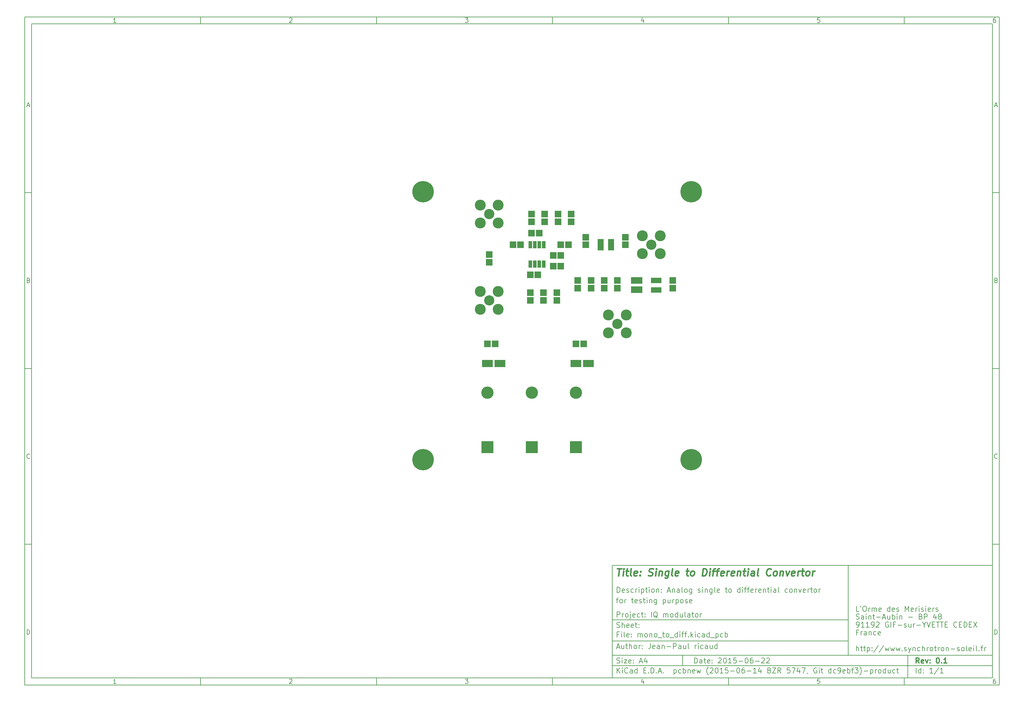
<source format=gts>
G04 #@! TF.FileFunction,Soldermask,Top*
%FSLAX46Y46*%
G04 Gerber Fmt 4.6, Leading zero omitted, Abs format (unit mm)*
G04 Created by KiCad (PCBNEW (2015-06-14 BZR 5747, Git dc9ebf3)-product) date 24/06/2015 09:37:51*
%MOMM*%
G01*
G04 APERTURE LIST*
%ADD10C,0.100000*%
%ADD11C,0.150000*%
%ADD12C,0.300000*%
%ADD13C,0.400000*%
%ADD14R,1.905000X1.907540*%
%ADD15R,3.007360X2.108200*%
%ADD16R,3.307080X1.907540*%
%ADD17R,1.907540X1.905000*%
%ADD18R,3.507740X3.507740*%
%ADD19C,3.507740*%
%ADD20C,2.908000*%
%ADD21C,3.108000*%
%ADD22R,1.107440X1.557020*%
%ADD23R,1.107440X2.026920*%
%ADD24C,6.108700*%
%ADD25R,1.706880X3.208020*%
G04 APERTURE END LIST*
D10*
D11*
X53812200Y-30117200D02*
X53812200Y-62117200D01*
X161812200Y-62117200D01*
X161812200Y-30117200D01*
X53812200Y-30117200D01*
D10*
D11*
X-113190000Y125890000D02*
X-113190000Y-64117200D01*
X163812200Y-64117200D01*
X163812200Y125890000D01*
X-113190000Y125890000D01*
D10*
D11*
X-111190000Y123890000D02*
X-111190000Y-62117200D01*
X161812200Y-62117200D01*
X161812200Y123890000D01*
X-111190000Y123890000D01*
D10*
D11*
X-63190000Y123890000D02*
X-63190000Y125890000D01*
D10*
D11*
X-13190000Y123890000D02*
X-13190000Y125890000D01*
D10*
D11*
X36810000Y123890000D02*
X36810000Y125890000D01*
D10*
D11*
X86810000Y123890000D02*
X86810000Y125890000D01*
D10*
D11*
X136810000Y123890000D02*
X136810000Y125890000D01*
D10*
D11*
X-87199524Y124301905D02*
X-87942381Y124301905D01*
X-87570952Y124301905D02*
X-87570952Y125601905D01*
X-87694762Y125416190D01*
X-87818571Y125292381D01*
X-87942381Y125230476D01*
D10*
D11*
X-37942381Y125478095D02*
X-37880476Y125540000D01*
X-37756667Y125601905D01*
X-37447143Y125601905D01*
X-37323333Y125540000D01*
X-37261429Y125478095D01*
X-37199524Y125354286D01*
X-37199524Y125230476D01*
X-37261429Y125044762D01*
X-38004286Y124301905D01*
X-37199524Y124301905D01*
D10*
D11*
X11995714Y125601905D02*
X12800476Y125601905D01*
X12367143Y125106667D01*
X12552857Y125106667D01*
X12676667Y125044762D01*
X12738571Y124982857D01*
X12800476Y124859048D01*
X12800476Y124549524D01*
X12738571Y124425714D01*
X12676667Y124363810D01*
X12552857Y124301905D01*
X12181429Y124301905D01*
X12057619Y124363810D01*
X11995714Y124425714D01*
D10*
D11*
X62676667Y125168571D02*
X62676667Y124301905D01*
X62367143Y125663810D02*
X62057619Y124735238D01*
X62862381Y124735238D01*
D10*
D11*
X112738571Y125601905D02*
X112119524Y125601905D01*
X112057619Y124982857D01*
X112119524Y125044762D01*
X112243333Y125106667D01*
X112552857Y125106667D01*
X112676667Y125044762D01*
X112738571Y124982857D01*
X112800476Y124859048D01*
X112800476Y124549524D01*
X112738571Y124425714D01*
X112676667Y124363810D01*
X112552857Y124301905D01*
X112243333Y124301905D01*
X112119524Y124363810D01*
X112057619Y124425714D01*
D10*
D11*
X162676667Y125601905D02*
X162429048Y125601905D01*
X162305238Y125540000D01*
X162243333Y125478095D01*
X162119524Y125292381D01*
X162057619Y125044762D01*
X162057619Y124549524D01*
X162119524Y124425714D01*
X162181429Y124363810D01*
X162305238Y124301905D01*
X162552857Y124301905D01*
X162676667Y124363810D01*
X162738571Y124425714D01*
X162800476Y124549524D01*
X162800476Y124859048D01*
X162738571Y124982857D01*
X162676667Y125044762D01*
X162552857Y125106667D01*
X162305238Y125106667D01*
X162181429Y125044762D01*
X162119524Y124982857D01*
X162057619Y124859048D01*
D10*
D11*
X-63190000Y-62117200D02*
X-63190000Y-64117200D01*
D10*
D11*
X-13190000Y-62117200D02*
X-13190000Y-64117200D01*
D10*
D11*
X36810000Y-62117200D02*
X36810000Y-64117200D01*
D10*
D11*
X86810000Y-62117200D02*
X86810000Y-64117200D01*
D10*
D11*
X136810000Y-62117200D02*
X136810000Y-64117200D01*
D10*
D11*
X-87199524Y-63705295D02*
X-87942381Y-63705295D01*
X-87570952Y-63705295D02*
X-87570952Y-62405295D01*
X-87694762Y-62591010D01*
X-87818571Y-62714819D01*
X-87942381Y-62776724D01*
D10*
D11*
X-37942381Y-62529105D02*
X-37880476Y-62467200D01*
X-37756667Y-62405295D01*
X-37447143Y-62405295D01*
X-37323333Y-62467200D01*
X-37261429Y-62529105D01*
X-37199524Y-62652914D01*
X-37199524Y-62776724D01*
X-37261429Y-62962438D01*
X-38004286Y-63705295D01*
X-37199524Y-63705295D01*
D10*
D11*
X11995714Y-62405295D02*
X12800476Y-62405295D01*
X12367143Y-62900533D01*
X12552857Y-62900533D01*
X12676667Y-62962438D01*
X12738571Y-63024343D01*
X12800476Y-63148152D01*
X12800476Y-63457676D01*
X12738571Y-63581486D01*
X12676667Y-63643390D01*
X12552857Y-63705295D01*
X12181429Y-63705295D01*
X12057619Y-63643390D01*
X11995714Y-63581486D01*
D10*
D11*
X62676667Y-62838629D02*
X62676667Y-63705295D01*
X62367143Y-62343390D02*
X62057619Y-63271962D01*
X62862381Y-63271962D01*
D10*
D11*
X112738571Y-62405295D02*
X112119524Y-62405295D01*
X112057619Y-63024343D01*
X112119524Y-62962438D01*
X112243333Y-62900533D01*
X112552857Y-62900533D01*
X112676667Y-62962438D01*
X112738571Y-63024343D01*
X112800476Y-63148152D01*
X112800476Y-63457676D01*
X112738571Y-63581486D01*
X112676667Y-63643390D01*
X112552857Y-63705295D01*
X112243333Y-63705295D01*
X112119524Y-63643390D01*
X112057619Y-63581486D01*
D10*
D11*
X162676667Y-62405295D02*
X162429048Y-62405295D01*
X162305238Y-62467200D01*
X162243333Y-62529105D01*
X162119524Y-62714819D01*
X162057619Y-62962438D01*
X162057619Y-63457676D01*
X162119524Y-63581486D01*
X162181429Y-63643390D01*
X162305238Y-63705295D01*
X162552857Y-63705295D01*
X162676667Y-63643390D01*
X162738571Y-63581486D01*
X162800476Y-63457676D01*
X162800476Y-63148152D01*
X162738571Y-63024343D01*
X162676667Y-62962438D01*
X162552857Y-62900533D01*
X162305238Y-62900533D01*
X162181429Y-62962438D01*
X162119524Y-63024343D01*
X162057619Y-63148152D01*
D10*
D11*
X-113190000Y75890000D02*
X-111190000Y75890000D01*
D10*
D11*
X-113190000Y25890000D02*
X-111190000Y25890000D01*
D10*
D11*
X-113190000Y-24110000D02*
X-111190000Y-24110000D01*
D10*
D11*
X-112499524Y100673333D02*
X-111880476Y100673333D01*
X-112623333Y100301905D02*
X-112190000Y101601905D01*
X-111756667Y100301905D01*
D10*
D11*
X-112097143Y50982857D02*
X-111911429Y50920952D01*
X-111849524Y50859048D01*
X-111787619Y50735238D01*
X-111787619Y50549524D01*
X-111849524Y50425714D01*
X-111911429Y50363810D01*
X-112035238Y50301905D01*
X-112530476Y50301905D01*
X-112530476Y51601905D01*
X-112097143Y51601905D01*
X-111973333Y51540000D01*
X-111911429Y51478095D01*
X-111849524Y51354286D01*
X-111849524Y51230476D01*
X-111911429Y51106667D01*
X-111973333Y51044762D01*
X-112097143Y50982857D01*
X-112530476Y50982857D01*
D10*
D11*
X-111787619Y425714D02*
X-111849524Y363810D01*
X-112035238Y301905D01*
X-112159048Y301905D01*
X-112344762Y363810D01*
X-112468571Y487619D01*
X-112530476Y611429D01*
X-112592381Y859048D01*
X-112592381Y1044762D01*
X-112530476Y1292381D01*
X-112468571Y1416190D01*
X-112344762Y1540000D01*
X-112159048Y1601905D01*
X-112035238Y1601905D01*
X-111849524Y1540000D01*
X-111787619Y1478095D01*
D10*
D11*
X-112530476Y-49698095D02*
X-112530476Y-48398095D01*
X-112220952Y-48398095D01*
X-112035238Y-48460000D01*
X-111911429Y-48583810D01*
X-111849524Y-48707619D01*
X-111787619Y-48955238D01*
X-111787619Y-49140952D01*
X-111849524Y-49388571D01*
X-111911429Y-49512381D01*
X-112035238Y-49636190D01*
X-112220952Y-49698095D01*
X-112530476Y-49698095D01*
D10*
D11*
X163812200Y75890000D02*
X161812200Y75890000D01*
D10*
D11*
X163812200Y25890000D02*
X161812200Y25890000D01*
D10*
D11*
X163812200Y-24110000D02*
X161812200Y-24110000D01*
D10*
D11*
X162502676Y100673333D02*
X163121724Y100673333D01*
X162378867Y100301905D02*
X162812200Y101601905D01*
X163245533Y100301905D01*
D10*
D11*
X162905057Y50982857D02*
X163090771Y50920952D01*
X163152676Y50859048D01*
X163214581Y50735238D01*
X163214581Y50549524D01*
X163152676Y50425714D01*
X163090771Y50363810D01*
X162966962Y50301905D01*
X162471724Y50301905D01*
X162471724Y51601905D01*
X162905057Y51601905D01*
X163028867Y51540000D01*
X163090771Y51478095D01*
X163152676Y51354286D01*
X163152676Y51230476D01*
X163090771Y51106667D01*
X163028867Y51044762D01*
X162905057Y50982857D01*
X162471724Y50982857D01*
D10*
D11*
X163214581Y425714D02*
X163152676Y363810D01*
X162966962Y301905D01*
X162843152Y301905D01*
X162657438Y363810D01*
X162533629Y487619D01*
X162471724Y611429D01*
X162409819Y859048D01*
X162409819Y1044762D01*
X162471724Y1292381D01*
X162533629Y1416190D01*
X162657438Y1540000D01*
X162843152Y1601905D01*
X162966962Y1601905D01*
X163152676Y1540000D01*
X163214581Y1478095D01*
D10*
D11*
X162471724Y-49698095D02*
X162471724Y-48398095D01*
X162781248Y-48398095D01*
X162966962Y-48460000D01*
X163090771Y-48583810D01*
X163152676Y-48707619D01*
X163214581Y-48955238D01*
X163214581Y-49140952D01*
X163152676Y-49388571D01*
X163090771Y-49512381D01*
X162966962Y-49636190D01*
X162781248Y-49698095D01*
X162471724Y-49698095D01*
D10*
D11*
X77169343Y-57895771D02*
X77169343Y-56395771D01*
X77526486Y-56395771D01*
X77740771Y-56467200D01*
X77883629Y-56610057D01*
X77955057Y-56752914D01*
X78026486Y-57038629D01*
X78026486Y-57252914D01*
X77955057Y-57538629D01*
X77883629Y-57681486D01*
X77740771Y-57824343D01*
X77526486Y-57895771D01*
X77169343Y-57895771D01*
X79312200Y-57895771D02*
X79312200Y-57110057D01*
X79240771Y-56967200D01*
X79097914Y-56895771D01*
X78812200Y-56895771D01*
X78669343Y-56967200D01*
X79312200Y-57824343D02*
X79169343Y-57895771D01*
X78812200Y-57895771D01*
X78669343Y-57824343D01*
X78597914Y-57681486D01*
X78597914Y-57538629D01*
X78669343Y-57395771D01*
X78812200Y-57324343D01*
X79169343Y-57324343D01*
X79312200Y-57252914D01*
X79812200Y-56895771D02*
X80383629Y-56895771D01*
X80026486Y-56395771D02*
X80026486Y-57681486D01*
X80097914Y-57824343D01*
X80240772Y-57895771D01*
X80383629Y-57895771D01*
X81455057Y-57824343D02*
X81312200Y-57895771D01*
X81026486Y-57895771D01*
X80883629Y-57824343D01*
X80812200Y-57681486D01*
X80812200Y-57110057D01*
X80883629Y-56967200D01*
X81026486Y-56895771D01*
X81312200Y-56895771D01*
X81455057Y-56967200D01*
X81526486Y-57110057D01*
X81526486Y-57252914D01*
X80812200Y-57395771D01*
X82169343Y-57752914D02*
X82240771Y-57824343D01*
X82169343Y-57895771D01*
X82097914Y-57824343D01*
X82169343Y-57752914D01*
X82169343Y-57895771D01*
X82169343Y-56967200D02*
X82240771Y-57038629D01*
X82169343Y-57110057D01*
X82097914Y-57038629D01*
X82169343Y-56967200D01*
X82169343Y-57110057D01*
X83955057Y-56538629D02*
X84026486Y-56467200D01*
X84169343Y-56395771D01*
X84526486Y-56395771D01*
X84669343Y-56467200D01*
X84740772Y-56538629D01*
X84812200Y-56681486D01*
X84812200Y-56824343D01*
X84740772Y-57038629D01*
X83883629Y-57895771D01*
X84812200Y-57895771D01*
X85740771Y-56395771D02*
X85883628Y-56395771D01*
X86026485Y-56467200D01*
X86097914Y-56538629D01*
X86169343Y-56681486D01*
X86240771Y-56967200D01*
X86240771Y-57324343D01*
X86169343Y-57610057D01*
X86097914Y-57752914D01*
X86026485Y-57824343D01*
X85883628Y-57895771D01*
X85740771Y-57895771D01*
X85597914Y-57824343D01*
X85526485Y-57752914D01*
X85455057Y-57610057D01*
X85383628Y-57324343D01*
X85383628Y-56967200D01*
X85455057Y-56681486D01*
X85526485Y-56538629D01*
X85597914Y-56467200D01*
X85740771Y-56395771D01*
X87669342Y-57895771D02*
X86812199Y-57895771D01*
X87240771Y-57895771D02*
X87240771Y-56395771D01*
X87097914Y-56610057D01*
X86955056Y-56752914D01*
X86812199Y-56824343D01*
X89026485Y-56395771D02*
X88312199Y-56395771D01*
X88240770Y-57110057D01*
X88312199Y-57038629D01*
X88455056Y-56967200D01*
X88812199Y-56967200D01*
X88955056Y-57038629D01*
X89026485Y-57110057D01*
X89097913Y-57252914D01*
X89097913Y-57610057D01*
X89026485Y-57752914D01*
X88955056Y-57824343D01*
X88812199Y-57895771D01*
X88455056Y-57895771D01*
X88312199Y-57824343D01*
X88240770Y-57752914D01*
X89740770Y-57324343D02*
X90883627Y-57324343D01*
X91883627Y-56395771D02*
X92026484Y-56395771D01*
X92169341Y-56467200D01*
X92240770Y-56538629D01*
X92312199Y-56681486D01*
X92383627Y-56967200D01*
X92383627Y-57324343D01*
X92312199Y-57610057D01*
X92240770Y-57752914D01*
X92169341Y-57824343D01*
X92026484Y-57895771D01*
X91883627Y-57895771D01*
X91740770Y-57824343D01*
X91669341Y-57752914D01*
X91597913Y-57610057D01*
X91526484Y-57324343D01*
X91526484Y-56967200D01*
X91597913Y-56681486D01*
X91669341Y-56538629D01*
X91740770Y-56467200D01*
X91883627Y-56395771D01*
X93669341Y-56395771D02*
X93383627Y-56395771D01*
X93240770Y-56467200D01*
X93169341Y-56538629D01*
X93026484Y-56752914D01*
X92955055Y-57038629D01*
X92955055Y-57610057D01*
X93026484Y-57752914D01*
X93097912Y-57824343D01*
X93240770Y-57895771D01*
X93526484Y-57895771D01*
X93669341Y-57824343D01*
X93740770Y-57752914D01*
X93812198Y-57610057D01*
X93812198Y-57252914D01*
X93740770Y-57110057D01*
X93669341Y-57038629D01*
X93526484Y-56967200D01*
X93240770Y-56967200D01*
X93097912Y-57038629D01*
X93026484Y-57110057D01*
X92955055Y-57252914D01*
X94455055Y-57324343D02*
X95597912Y-57324343D01*
X96240769Y-56538629D02*
X96312198Y-56467200D01*
X96455055Y-56395771D01*
X96812198Y-56395771D01*
X96955055Y-56467200D01*
X97026484Y-56538629D01*
X97097912Y-56681486D01*
X97097912Y-56824343D01*
X97026484Y-57038629D01*
X96169341Y-57895771D01*
X97097912Y-57895771D01*
X97669340Y-56538629D02*
X97740769Y-56467200D01*
X97883626Y-56395771D01*
X98240769Y-56395771D01*
X98383626Y-56467200D01*
X98455055Y-56538629D01*
X98526483Y-56681486D01*
X98526483Y-56824343D01*
X98455055Y-57038629D01*
X97597912Y-57895771D01*
X98526483Y-57895771D01*
D10*
D11*
X53812200Y-58617200D02*
X161812200Y-58617200D01*
D10*
D11*
X55169343Y-60695771D02*
X55169343Y-59195771D01*
X56026486Y-60695771D02*
X55383629Y-59838629D01*
X56026486Y-59195771D02*
X55169343Y-60052914D01*
X56669343Y-60695771D02*
X56669343Y-59695771D01*
X56669343Y-59195771D02*
X56597914Y-59267200D01*
X56669343Y-59338629D01*
X56740771Y-59267200D01*
X56669343Y-59195771D01*
X56669343Y-59338629D01*
X58240772Y-60552914D02*
X58169343Y-60624343D01*
X57955057Y-60695771D01*
X57812200Y-60695771D01*
X57597915Y-60624343D01*
X57455057Y-60481486D01*
X57383629Y-60338629D01*
X57312200Y-60052914D01*
X57312200Y-59838629D01*
X57383629Y-59552914D01*
X57455057Y-59410057D01*
X57597915Y-59267200D01*
X57812200Y-59195771D01*
X57955057Y-59195771D01*
X58169343Y-59267200D01*
X58240772Y-59338629D01*
X59526486Y-60695771D02*
X59526486Y-59910057D01*
X59455057Y-59767200D01*
X59312200Y-59695771D01*
X59026486Y-59695771D01*
X58883629Y-59767200D01*
X59526486Y-60624343D02*
X59383629Y-60695771D01*
X59026486Y-60695771D01*
X58883629Y-60624343D01*
X58812200Y-60481486D01*
X58812200Y-60338629D01*
X58883629Y-60195771D01*
X59026486Y-60124343D01*
X59383629Y-60124343D01*
X59526486Y-60052914D01*
X60883629Y-60695771D02*
X60883629Y-59195771D01*
X60883629Y-60624343D02*
X60740772Y-60695771D01*
X60455058Y-60695771D01*
X60312200Y-60624343D01*
X60240772Y-60552914D01*
X60169343Y-60410057D01*
X60169343Y-59981486D01*
X60240772Y-59838629D01*
X60312200Y-59767200D01*
X60455058Y-59695771D01*
X60740772Y-59695771D01*
X60883629Y-59767200D01*
X62740772Y-59910057D02*
X63240772Y-59910057D01*
X63455058Y-60695771D02*
X62740772Y-60695771D01*
X62740772Y-59195771D01*
X63455058Y-59195771D01*
X64097915Y-60552914D02*
X64169343Y-60624343D01*
X64097915Y-60695771D01*
X64026486Y-60624343D01*
X64097915Y-60552914D01*
X64097915Y-60695771D01*
X64812201Y-60695771D02*
X64812201Y-59195771D01*
X65169344Y-59195771D01*
X65383629Y-59267200D01*
X65526487Y-59410057D01*
X65597915Y-59552914D01*
X65669344Y-59838629D01*
X65669344Y-60052914D01*
X65597915Y-60338629D01*
X65526487Y-60481486D01*
X65383629Y-60624343D01*
X65169344Y-60695771D01*
X64812201Y-60695771D01*
X66312201Y-60552914D02*
X66383629Y-60624343D01*
X66312201Y-60695771D01*
X66240772Y-60624343D01*
X66312201Y-60552914D01*
X66312201Y-60695771D01*
X66955058Y-60267200D02*
X67669344Y-60267200D01*
X66812201Y-60695771D02*
X67312201Y-59195771D01*
X67812201Y-60695771D01*
X68312201Y-60552914D02*
X68383629Y-60624343D01*
X68312201Y-60695771D01*
X68240772Y-60624343D01*
X68312201Y-60552914D01*
X68312201Y-60695771D01*
X71312201Y-59695771D02*
X71312201Y-61195771D01*
X71312201Y-59767200D02*
X71455058Y-59695771D01*
X71740772Y-59695771D01*
X71883629Y-59767200D01*
X71955058Y-59838629D01*
X72026487Y-59981486D01*
X72026487Y-60410057D01*
X71955058Y-60552914D01*
X71883629Y-60624343D01*
X71740772Y-60695771D01*
X71455058Y-60695771D01*
X71312201Y-60624343D01*
X73312201Y-60624343D02*
X73169344Y-60695771D01*
X72883630Y-60695771D01*
X72740772Y-60624343D01*
X72669344Y-60552914D01*
X72597915Y-60410057D01*
X72597915Y-59981486D01*
X72669344Y-59838629D01*
X72740772Y-59767200D01*
X72883630Y-59695771D01*
X73169344Y-59695771D01*
X73312201Y-59767200D01*
X73955058Y-60695771D02*
X73955058Y-59195771D01*
X73955058Y-59767200D02*
X74097915Y-59695771D01*
X74383629Y-59695771D01*
X74526486Y-59767200D01*
X74597915Y-59838629D01*
X74669344Y-59981486D01*
X74669344Y-60410057D01*
X74597915Y-60552914D01*
X74526486Y-60624343D01*
X74383629Y-60695771D01*
X74097915Y-60695771D01*
X73955058Y-60624343D01*
X75312201Y-59695771D02*
X75312201Y-60695771D01*
X75312201Y-59838629D02*
X75383629Y-59767200D01*
X75526487Y-59695771D01*
X75740772Y-59695771D01*
X75883629Y-59767200D01*
X75955058Y-59910057D01*
X75955058Y-60695771D01*
X77240772Y-60624343D02*
X77097915Y-60695771D01*
X76812201Y-60695771D01*
X76669344Y-60624343D01*
X76597915Y-60481486D01*
X76597915Y-59910057D01*
X76669344Y-59767200D01*
X76812201Y-59695771D01*
X77097915Y-59695771D01*
X77240772Y-59767200D01*
X77312201Y-59910057D01*
X77312201Y-60052914D01*
X76597915Y-60195771D01*
X77812201Y-59695771D02*
X78097915Y-60695771D01*
X78383629Y-59981486D01*
X78669344Y-60695771D01*
X78955058Y-59695771D01*
X81097915Y-61267200D02*
X81026487Y-61195771D01*
X80883630Y-60981486D01*
X80812201Y-60838629D01*
X80740772Y-60624343D01*
X80669344Y-60267200D01*
X80669344Y-59981486D01*
X80740772Y-59624343D01*
X80812201Y-59410057D01*
X80883630Y-59267200D01*
X81026487Y-59052914D01*
X81097915Y-58981486D01*
X81597915Y-59338629D02*
X81669344Y-59267200D01*
X81812201Y-59195771D01*
X82169344Y-59195771D01*
X82312201Y-59267200D01*
X82383630Y-59338629D01*
X82455058Y-59481486D01*
X82455058Y-59624343D01*
X82383630Y-59838629D01*
X81526487Y-60695771D01*
X82455058Y-60695771D01*
X83383629Y-59195771D02*
X83526486Y-59195771D01*
X83669343Y-59267200D01*
X83740772Y-59338629D01*
X83812201Y-59481486D01*
X83883629Y-59767200D01*
X83883629Y-60124343D01*
X83812201Y-60410057D01*
X83740772Y-60552914D01*
X83669343Y-60624343D01*
X83526486Y-60695771D01*
X83383629Y-60695771D01*
X83240772Y-60624343D01*
X83169343Y-60552914D01*
X83097915Y-60410057D01*
X83026486Y-60124343D01*
X83026486Y-59767200D01*
X83097915Y-59481486D01*
X83169343Y-59338629D01*
X83240772Y-59267200D01*
X83383629Y-59195771D01*
X85312200Y-60695771D02*
X84455057Y-60695771D01*
X84883629Y-60695771D02*
X84883629Y-59195771D01*
X84740772Y-59410057D01*
X84597914Y-59552914D01*
X84455057Y-59624343D01*
X86669343Y-59195771D02*
X85955057Y-59195771D01*
X85883628Y-59910057D01*
X85955057Y-59838629D01*
X86097914Y-59767200D01*
X86455057Y-59767200D01*
X86597914Y-59838629D01*
X86669343Y-59910057D01*
X86740771Y-60052914D01*
X86740771Y-60410057D01*
X86669343Y-60552914D01*
X86597914Y-60624343D01*
X86455057Y-60695771D01*
X86097914Y-60695771D01*
X85955057Y-60624343D01*
X85883628Y-60552914D01*
X87383628Y-60124343D02*
X88526485Y-60124343D01*
X89526485Y-59195771D02*
X89669342Y-59195771D01*
X89812199Y-59267200D01*
X89883628Y-59338629D01*
X89955057Y-59481486D01*
X90026485Y-59767200D01*
X90026485Y-60124343D01*
X89955057Y-60410057D01*
X89883628Y-60552914D01*
X89812199Y-60624343D01*
X89669342Y-60695771D01*
X89526485Y-60695771D01*
X89383628Y-60624343D01*
X89312199Y-60552914D01*
X89240771Y-60410057D01*
X89169342Y-60124343D01*
X89169342Y-59767200D01*
X89240771Y-59481486D01*
X89312199Y-59338629D01*
X89383628Y-59267200D01*
X89526485Y-59195771D01*
X91312199Y-59195771D02*
X91026485Y-59195771D01*
X90883628Y-59267200D01*
X90812199Y-59338629D01*
X90669342Y-59552914D01*
X90597913Y-59838629D01*
X90597913Y-60410057D01*
X90669342Y-60552914D01*
X90740770Y-60624343D01*
X90883628Y-60695771D01*
X91169342Y-60695771D01*
X91312199Y-60624343D01*
X91383628Y-60552914D01*
X91455056Y-60410057D01*
X91455056Y-60052914D01*
X91383628Y-59910057D01*
X91312199Y-59838629D01*
X91169342Y-59767200D01*
X90883628Y-59767200D01*
X90740770Y-59838629D01*
X90669342Y-59910057D01*
X90597913Y-60052914D01*
X92097913Y-60124343D02*
X93240770Y-60124343D01*
X94740770Y-60695771D02*
X93883627Y-60695771D01*
X94312199Y-60695771D02*
X94312199Y-59195771D01*
X94169342Y-59410057D01*
X94026484Y-59552914D01*
X93883627Y-59624343D01*
X96026484Y-59695771D02*
X96026484Y-60695771D01*
X95669341Y-59124343D02*
X95312198Y-60195771D01*
X96240770Y-60195771D01*
X98455055Y-59910057D02*
X98669341Y-59981486D01*
X98740769Y-60052914D01*
X98812198Y-60195771D01*
X98812198Y-60410057D01*
X98740769Y-60552914D01*
X98669341Y-60624343D01*
X98526483Y-60695771D01*
X97955055Y-60695771D01*
X97955055Y-59195771D01*
X98455055Y-59195771D01*
X98597912Y-59267200D01*
X98669341Y-59338629D01*
X98740769Y-59481486D01*
X98740769Y-59624343D01*
X98669341Y-59767200D01*
X98597912Y-59838629D01*
X98455055Y-59910057D01*
X97955055Y-59910057D01*
X99312198Y-59195771D02*
X100312198Y-59195771D01*
X99312198Y-60695771D01*
X100312198Y-60695771D01*
X101740769Y-60695771D02*
X101240769Y-59981486D01*
X100883626Y-60695771D02*
X100883626Y-59195771D01*
X101455054Y-59195771D01*
X101597912Y-59267200D01*
X101669340Y-59338629D01*
X101740769Y-59481486D01*
X101740769Y-59695771D01*
X101669340Y-59838629D01*
X101597912Y-59910057D01*
X101455054Y-59981486D01*
X100883626Y-59981486D01*
X104240769Y-59195771D02*
X103526483Y-59195771D01*
X103455054Y-59910057D01*
X103526483Y-59838629D01*
X103669340Y-59767200D01*
X104026483Y-59767200D01*
X104169340Y-59838629D01*
X104240769Y-59910057D01*
X104312197Y-60052914D01*
X104312197Y-60410057D01*
X104240769Y-60552914D01*
X104169340Y-60624343D01*
X104026483Y-60695771D01*
X103669340Y-60695771D01*
X103526483Y-60624343D01*
X103455054Y-60552914D01*
X104812197Y-59195771D02*
X105812197Y-59195771D01*
X105169340Y-60695771D01*
X107026482Y-59695771D02*
X107026482Y-60695771D01*
X106669339Y-59124343D02*
X106312196Y-60195771D01*
X107240768Y-60195771D01*
X107669339Y-59195771D02*
X108669339Y-59195771D01*
X108026482Y-60695771D01*
X109312195Y-60624343D02*
X109312195Y-60695771D01*
X109240767Y-60838629D01*
X109169338Y-60910057D01*
X111883624Y-59267200D02*
X111740767Y-59195771D01*
X111526481Y-59195771D01*
X111312196Y-59267200D01*
X111169338Y-59410057D01*
X111097910Y-59552914D01*
X111026481Y-59838629D01*
X111026481Y-60052914D01*
X111097910Y-60338629D01*
X111169338Y-60481486D01*
X111312196Y-60624343D01*
X111526481Y-60695771D01*
X111669338Y-60695771D01*
X111883624Y-60624343D01*
X111955053Y-60552914D01*
X111955053Y-60052914D01*
X111669338Y-60052914D01*
X112597910Y-60695771D02*
X112597910Y-59695771D01*
X112597910Y-59195771D02*
X112526481Y-59267200D01*
X112597910Y-59338629D01*
X112669338Y-59267200D01*
X112597910Y-59195771D01*
X112597910Y-59338629D01*
X113097910Y-59695771D02*
X113669339Y-59695771D01*
X113312196Y-59195771D02*
X113312196Y-60481486D01*
X113383624Y-60624343D01*
X113526482Y-60695771D01*
X113669339Y-60695771D01*
X115955053Y-60695771D02*
X115955053Y-59195771D01*
X115955053Y-60624343D02*
X115812196Y-60695771D01*
X115526482Y-60695771D01*
X115383624Y-60624343D01*
X115312196Y-60552914D01*
X115240767Y-60410057D01*
X115240767Y-59981486D01*
X115312196Y-59838629D01*
X115383624Y-59767200D01*
X115526482Y-59695771D01*
X115812196Y-59695771D01*
X115955053Y-59767200D01*
X117312196Y-60624343D02*
X117169339Y-60695771D01*
X116883625Y-60695771D01*
X116740767Y-60624343D01*
X116669339Y-60552914D01*
X116597910Y-60410057D01*
X116597910Y-59981486D01*
X116669339Y-59838629D01*
X116740767Y-59767200D01*
X116883625Y-59695771D01*
X117169339Y-59695771D01*
X117312196Y-59767200D01*
X118026481Y-60695771D02*
X118312196Y-60695771D01*
X118455053Y-60624343D01*
X118526481Y-60552914D01*
X118669339Y-60338629D01*
X118740767Y-60052914D01*
X118740767Y-59481486D01*
X118669339Y-59338629D01*
X118597910Y-59267200D01*
X118455053Y-59195771D01*
X118169339Y-59195771D01*
X118026481Y-59267200D01*
X117955053Y-59338629D01*
X117883624Y-59481486D01*
X117883624Y-59838629D01*
X117955053Y-59981486D01*
X118026481Y-60052914D01*
X118169339Y-60124343D01*
X118455053Y-60124343D01*
X118597910Y-60052914D01*
X118669339Y-59981486D01*
X118740767Y-59838629D01*
X119955052Y-60624343D02*
X119812195Y-60695771D01*
X119526481Y-60695771D01*
X119383624Y-60624343D01*
X119312195Y-60481486D01*
X119312195Y-59910057D01*
X119383624Y-59767200D01*
X119526481Y-59695771D01*
X119812195Y-59695771D01*
X119955052Y-59767200D01*
X120026481Y-59910057D01*
X120026481Y-60052914D01*
X119312195Y-60195771D01*
X120669338Y-60695771D02*
X120669338Y-59195771D01*
X120669338Y-59767200D02*
X120812195Y-59695771D01*
X121097909Y-59695771D01*
X121240766Y-59767200D01*
X121312195Y-59838629D01*
X121383624Y-59981486D01*
X121383624Y-60410057D01*
X121312195Y-60552914D01*
X121240766Y-60624343D01*
X121097909Y-60695771D01*
X120812195Y-60695771D01*
X120669338Y-60624343D01*
X121812195Y-59695771D02*
X122383624Y-59695771D01*
X122026481Y-60695771D02*
X122026481Y-59410057D01*
X122097909Y-59267200D01*
X122240767Y-59195771D01*
X122383624Y-59195771D01*
X122740767Y-59195771D02*
X123669338Y-59195771D01*
X123169338Y-59767200D01*
X123383624Y-59767200D01*
X123526481Y-59838629D01*
X123597910Y-59910057D01*
X123669338Y-60052914D01*
X123669338Y-60410057D01*
X123597910Y-60552914D01*
X123526481Y-60624343D01*
X123383624Y-60695771D01*
X122955052Y-60695771D01*
X122812195Y-60624343D01*
X122740767Y-60552914D01*
X124169338Y-61267200D02*
X124240766Y-61195771D01*
X124383623Y-60981486D01*
X124455052Y-60838629D01*
X124526481Y-60624343D01*
X124597909Y-60267200D01*
X124597909Y-59981486D01*
X124526481Y-59624343D01*
X124455052Y-59410057D01*
X124383623Y-59267200D01*
X124240766Y-59052914D01*
X124169338Y-58981486D01*
X125312195Y-60124343D02*
X126455052Y-60124343D01*
X127169338Y-59695771D02*
X127169338Y-61195771D01*
X127169338Y-59767200D02*
X127312195Y-59695771D01*
X127597909Y-59695771D01*
X127740766Y-59767200D01*
X127812195Y-59838629D01*
X127883624Y-59981486D01*
X127883624Y-60410057D01*
X127812195Y-60552914D01*
X127740766Y-60624343D01*
X127597909Y-60695771D01*
X127312195Y-60695771D01*
X127169338Y-60624343D01*
X128526481Y-60695771D02*
X128526481Y-59695771D01*
X128526481Y-59981486D02*
X128597909Y-59838629D01*
X128669338Y-59767200D01*
X128812195Y-59695771D01*
X128955052Y-59695771D01*
X129669338Y-60695771D02*
X129526480Y-60624343D01*
X129455052Y-60552914D01*
X129383623Y-60410057D01*
X129383623Y-59981486D01*
X129455052Y-59838629D01*
X129526480Y-59767200D01*
X129669338Y-59695771D01*
X129883623Y-59695771D01*
X130026480Y-59767200D01*
X130097909Y-59838629D01*
X130169338Y-59981486D01*
X130169338Y-60410057D01*
X130097909Y-60552914D01*
X130026480Y-60624343D01*
X129883623Y-60695771D01*
X129669338Y-60695771D01*
X131455052Y-60695771D02*
X131455052Y-59195771D01*
X131455052Y-60624343D02*
X131312195Y-60695771D01*
X131026481Y-60695771D01*
X130883623Y-60624343D01*
X130812195Y-60552914D01*
X130740766Y-60410057D01*
X130740766Y-59981486D01*
X130812195Y-59838629D01*
X130883623Y-59767200D01*
X131026481Y-59695771D01*
X131312195Y-59695771D01*
X131455052Y-59767200D01*
X132812195Y-59695771D02*
X132812195Y-60695771D01*
X132169338Y-59695771D02*
X132169338Y-60481486D01*
X132240766Y-60624343D01*
X132383624Y-60695771D01*
X132597909Y-60695771D01*
X132740766Y-60624343D01*
X132812195Y-60552914D01*
X134169338Y-60624343D02*
X134026481Y-60695771D01*
X133740767Y-60695771D01*
X133597909Y-60624343D01*
X133526481Y-60552914D01*
X133455052Y-60410057D01*
X133455052Y-59981486D01*
X133526481Y-59838629D01*
X133597909Y-59767200D01*
X133740767Y-59695771D01*
X134026481Y-59695771D01*
X134169338Y-59767200D01*
X134597909Y-59695771D02*
X135169338Y-59695771D01*
X134812195Y-59195771D02*
X134812195Y-60481486D01*
X134883623Y-60624343D01*
X135026481Y-60695771D01*
X135169338Y-60695771D01*
D10*
D11*
X53812200Y-55617200D02*
X161812200Y-55617200D01*
D10*
D12*
X141026486Y-57895771D02*
X140526486Y-57181486D01*
X140169343Y-57895771D02*
X140169343Y-56395771D01*
X140740771Y-56395771D01*
X140883629Y-56467200D01*
X140955057Y-56538629D01*
X141026486Y-56681486D01*
X141026486Y-56895771D01*
X140955057Y-57038629D01*
X140883629Y-57110057D01*
X140740771Y-57181486D01*
X140169343Y-57181486D01*
X142240771Y-57824343D02*
X142097914Y-57895771D01*
X141812200Y-57895771D01*
X141669343Y-57824343D01*
X141597914Y-57681486D01*
X141597914Y-57110057D01*
X141669343Y-56967200D01*
X141812200Y-56895771D01*
X142097914Y-56895771D01*
X142240771Y-56967200D01*
X142312200Y-57110057D01*
X142312200Y-57252914D01*
X141597914Y-57395771D01*
X142812200Y-56895771D02*
X143169343Y-57895771D01*
X143526485Y-56895771D01*
X144097914Y-57752914D02*
X144169342Y-57824343D01*
X144097914Y-57895771D01*
X144026485Y-57824343D01*
X144097914Y-57752914D01*
X144097914Y-57895771D01*
X144097914Y-56967200D02*
X144169342Y-57038629D01*
X144097914Y-57110057D01*
X144026485Y-57038629D01*
X144097914Y-56967200D01*
X144097914Y-57110057D01*
X146240771Y-56395771D02*
X146383628Y-56395771D01*
X146526485Y-56467200D01*
X146597914Y-56538629D01*
X146669343Y-56681486D01*
X146740771Y-56967200D01*
X146740771Y-57324343D01*
X146669343Y-57610057D01*
X146597914Y-57752914D01*
X146526485Y-57824343D01*
X146383628Y-57895771D01*
X146240771Y-57895771D01*
X146097914Y-57824343D01*
X146026485Y-57752914D01*
X145955057Y-57610057D01*
X145883628Y-57324343D01*
X145883628Y-56967200D01*
X145955057Y-56681486D01*
X146026485Y-56538629D01*
X146097914Y-56467200D01*
X146240771Y-56395771D01*
X147383628Y-57752914D02*
X147455056Y-57824343D01*
X147383628Y-57895771D01*
X147312199Y-57824343D01*
X147383628Y-57752914D01*
X147383628Y-57895771D01*
X148883628Y-57895771D02*
X148026485Y-57895771D01*
X148455057Y-57895771D02*
X148455057Y-56395771D01*
X148312200Y-56610057D01*
X148169342Y-56752914D01*
X148026485Y-56824343D01*
D10*
D11*
X55097914Y-57824343D02*
X55312200Y-57895771D01*
X55669343Y-57895771D01*
X55812200Y-57824343D01*
X55883629Y-57752914D01*
X55955057Y-57610057D01*
X55955057Y-57467200D01*
X55883629Y-57324343D01*
X55812200Y-57252914D01*
X55669343Y-57181486D01*
X55383629Y-57110057D01*
X55240771Y-57038629D01*
X55169343Y-56967200D01*
X55097914Y-56824343D01*
X55097914Y-56681486D01*
X55169343Y-56538629D01*
X55240771Y-56467200D01*
X55383629Y-56395771D01*
X55740771Y-56395771D01*
X55955057Y-56467200D01*
X56597914Y-57895771D02*
X56597914Y-56895771D01*
X56597914Y-56395771D02*
X56526485Y-56467200D01*
X56597914Y-56538629D01*
X56669342Y-56467200D01*
X56597914Y-56395771D01*
X56597914Y-56538629D01*
X57169343Y-56895771D02*
X57955057Y-56895771D01*
X57169343Y-57895771D01*
X57955057Y-57895771D01*
X59097914Y-57824343D02*
X58955057Y-57895771D01*
X58669343Y-57895771D01*
X58526486Y-57824343D01*
X58455057Y-57681486D01*
X58455057Y-57110057D01*
X58526486Y-56967200D01*
X58669343Y-56895771D01*
X58955057Y-56895771D01*
X59097914Y-56967200D01*
X59169343Y-57110057D01*
X59169343Y-57252914D01*
X58455057Y-57395771D01*
X59812200Y-57752914D02*
X59883628Y-57824343D01*
X59812200Y-57895771D01*
X59740771Y-57824343D01*
X59812200Y-57752914D01*
X59812200Y-57895771D01*
X59812200Y-56967200D02*
X59883628Y-57038629D01*
X59812200Y-57110057D01*
X59740771Y-57038629D01*
X59812200Y-56967200D01*
X59812200Y-57110057D01*
X61597914Y-57467200D02*
X62312200Y-57467200D01*
X61455057Y-57895771D02*
X61955057Y-56395771D01*
X62455057Y-57895771D01*
X63597914Y-56895771D02*
X63597914Y-57895771D01*
X63240771Y-56324343D02*
X62883628Y-57395771D01*
X63812200Y-57395771D01*
D10*
D11*
X140169343Y-60695771D02*
X140169343Y-59195771D01*
X141526486Y-60695771D02*
X141526486Y-59195771D01*
X141526486Y-60624343D02*
X141383629Y-60695771D01*
X141097915Y-60695771D01*
X140955057Y-60624343D01*
X140883629Y-60552914D01*
X140812200Y-60410057D01*
X140812200Y-59981486D01*
X140883629Y-59838629D01*
X140955057Y-59767200D01*
X141097915Y-59695771D01*
X141383629Y-59695771D01*
X141526486Y-59767200D01*
X142240772Y-60552914D02*
X142312200Y-60624343D01*
X142240772Y-60695771D01*
X142169343Y-60624343D01*
X142240772Y-60552914D01*
X142240772Y-60695771D01*
X142240772Y-59767200D02*
X142312200Y-59838629D01*
X142240772Y-59910057D01*
X142169343Y-59838629D01*
X142240772Y-59767200D01*
X142240772Y-59910057D01*
X144883629Y-60695771D02*
X144026486Y-60695771D01*
X144455058Y-60695771D02*
X144455058Y-59195771D01*
X144312201Y-59410057D01*
X144169343Y-59552914D01*
X144026486Y-59624343D01*
X146597914Y-59124343D02*
X145312200Y-61052914D01*
X147883629Y-60695771D02*
X147026486Y-60695771D01*
X147455058Y-60695771D02*
X147455058Y-59195771D01*
X147312201Y-59410057D01*
X147169343Y-59552914D01*
X147026486Y-59624343D01*
D10*
D11*
X163812200Y-64117200D02*
X163812200Y-64117200D01*
D10*
D11*
X53812200Y-51617200D02*
X120812200Y-51617200D01*
D10*
D13*
X55264581Y-31021962D02*
X56407438Y-31021962D01*
X55586010Y-33021962D02*
X55836010Y-31021962D01*
X56824105Y-33021962D02*
X56990771Y-31688629D01*
X57074105Y-31021962D02*
X56966962Y-31117200D01*
X57050295Y-31212438D01*
X57157439Y-31117200D01*
X57074105Y-31021962D01*
X57050295Y-31212438D01*
X57657438Y-31688629D02*
X58419343Y-31688629D01*
X58026486Y-31021962D02*
X57812200Y-32736248D01*
X57883630Y-32926724D01*
X58062201Y-33021962D01*
X58252677Y-33021962D01*
X59205058Y-33021962D02*
X59026487Y-32926724D01*
X58955057Y-32736248D01*
X59169343Y-31021962D01*
X60740772Y-32926724D02*
X60538391Y-33021962D01*
X60157439Y-33021962D01*
X59978867Y-32926724D01*
X59907438Y-32736248D01*
X60002676Y-31974343D01*
X60121724Y-31783867D01*
X60324105Y-31688629D01*
X60705057Y-31688629D01*
X60883629Y-31783867D01*
X60955057Y-31974343D01*
X60931248Y-32164819D01*
X59955057Y-32355295D01*
X61705057Y-32831486D02*
X61788392Y-32926724D01*
X61681248Y-33021962D01*
X61597915Y-32926724D01*
X61705057Y-32831486D01*
X61681248Y-33021962D01*
X61836010Y-31783867D02*
X61919344Y-31879105D01*
X61812200Y-31974343D01*
X61728867Y-31879105D01*
X61836010Y-31783867D01*
X61812200Y-31974343D01*
X64074106Y-32926724D02*
X64347916Y-33021962D01*
X64824106Y-33021962D01*
X65026487Y-32926724D01*
X65133629Y-32831486D01*
X65252678Y-32641010D01*
X65276487Y-32450533D01*
X65205058Y-32260057D01*
X65121725Y-32164819D01*
X64943153Y-32069581D01*
X64574106Y-31974343D01*
X64395535Y-31879105D01*
X64312201Y-31783867D01*
X64240772Y-31593390D01*
X64264582Y-31402914D01*
X64383629Y-31212438D01*
X64490773Y-31117200D01*
X64693154Y-31021962D01*
X65169344Y-31021962D01*
X65443154Y-31117200D01*
X66062201Y-33021962D02*
X66228867Y-31688629D01*
X66312201Y-31021962D02*
X66205058Y-31117200D01*
X66288391Y-31212438D01*
X66395535Y-31117200D01*
X66312201Y-31021962D01*
X66288391Y-31212438D01*
X67181248Y-31688629D02*
X67014582Y-33021962D01*
X67157439Y-31879105D02*
X67264583Y-31783867D01*
X67466963Y-31688629D01*
X67752677Y-31688629D01*
X67931249Y-31783867D01*
X68002677Y-31974343D01*
X67871725Y-33021962D01*
X69847915Y-31688629D02*
X69645534Y-33307676D01*
X69526487Y-33498152D01*
X69419344Y-33593390D01*
X69216963Y-33688629D01*
X68931249Y-33688629D01*
X68752677Y-33593390D01*
X69693154Y-32926724D02*
X69490773Y-33021962D01*
X69109821Y-33021962D01*
X68931250Y-32926724D01*
X68847915Y-32831486D01*
X68776487Y-32641010D01*
X68847915Y-32069581D01*
X68966963Y-31879105D01*
X69074107Y-31783867D01*
X69276487Y-31688629D01*
X69657439Y-31688629D01*
X69836011Y-31783867D01*
X70919345Y-33021962D02*
X70740774Y-32926724D01*
X70669344Y-32736248D01*
X70883630Y-31021962D01*
X72455059Y-32926724D02*
X72252678Y-33021962D01*
X71871726Y-33021962D01*
X71693154Y-32926724D01*
X71621725Y-32736248D01*
X71716963Y-31974343D01*
X71836011Y-31783867D01*
X72038392Y-31688629D01*
X72419344Y-31688629D01*
X72597916Y-31783867D01*
X72669344Y-31974343D01*
X72645535Y-32164819D01*
X71669344Y-32355295D01*
X74800297Y-31688629D02*
X75562202Y-31688629D01*
X75169345Y-31021962D02*
X74955059Y-32736248D01*
X75026489Y-32926724D01*
X75205060Y-33021962D01*
X75395536Y-33021962D01*
X76347917Y-33021962D02*
X76169346Y-32926724D01*
X76086011Y-32831486D01*
X76014583Y-32641010D01*
X76086011Y-32069581D01*
X76205059Y-31879105D01*
X76312203Y-31783867D01*
X76514583Y-31688629D01*
X76800297Y-31688629D01*
X76978869Y-31783867D01*
X77062202Y-31879105D01*
X77133630Y-32069581D01*
X77062202Y-32641010D01*
X76943154Y-32831486D01*
X76836012Y-32926724D01*
X76633631Y-33021962D01*
X76347917Y-33021962D01*
X79395536Y-33021962D02*
X79645536Y-31021962D01*
X80121727Y-31021962D01*
X80395536Y-31117200D01*
X80562203Y-31307676D01*
X80633632Y-31498152D01*
X80681251Y-31879105D01*
X80645537Y-32164819D01*
X80502680Y-32545771D01*
X80383631Y-32736248D01*
X80169346Y-32926724D01*
X79871727Y-33021962D01*
X79395536Y-33021962D01*
X81395536Y-33021962D02*
X81562202Y-31688629D01*
X81645536Y-31021962D02*
X81538393Y-31117200D01*
X81621726Y-31212438D01*
X81728870Y-31117200D01*
X81645536Y-31021962D01*
X81621726Y-31212438D01*
X82228869Y-31688629D02*
X82990774Y-31688629D01*
X82347917Y-33021962D02*
X82562203Y-31307676D01*
X82681251Y-31117200D01*
X82883632Y-31021962D01*
X83074108Y-31021962D01*
X83371726Y-31688629D02*
X84133631Y-31688629D01*
X83490774Y-33021962D02*
X83705060Y-31307676D01*
X83824108Y-31117200D01*
X84026489Y-31021962D01*
X84216965Y-31021962D01*
X85407441Y-32926724D02*
X85205060Y-33021962D01*
X84824108Y-33021962D01*
X84645536Y-32926724D01*
X84574107Y-32736248D01*
X84669345Y-31974343D01*
X84788393Y-31783867D01*
X84990774Y-31688629D01*
X85371726Y-31688629D01*
X85550298Y-31783867D01*
X85621726Y-31974343D01*
X85597917Y-32164819D01*
X84621726Y-32355295D01*
X86347917Y-33021962D02*
X86514583Y-31688629D01*
X86466964Y-32069581D02*
X86586013Y-31879105D01*
X86693156Y-31783867D01*
X86895536Y-31688629D01*
X87086012Y-31688629D01*
X88359822Y-32926724D02*
X88157441Y-33021962D01*
X87776489Y-33021962D01*
X87597917Y-32926724D01*
X87526488Y-32736248D01*
X87621726Y-31974343D01*
X87740774Y-31783867D01*
X87943155Y-31688629D01*
X88324107Y-31688629D01*
X88502679Y-31783867D01*
X88574107Y-31974343D01*
X88550298Y-32164819D01*
X87574107Y-32355295D01*
X89466964Y-31688629D02*
X89300298Y-33021962D01*
X89443155Y-31879105D02*
X89550299Y-31783867D01*
X89752679Y-31688629D01*
X90038393Y-31688629D01*
X90216965Y-31783867D01*
X90288393Y-31974343D01*
X90157441Y-33021962D01*
X90990774Y-31688629D02*
X91752679Y-31688629D01*
X91359822Y-31021962D02*
X91145536Y-32736248D01*
X91216966Y-32926724D01*
X91395537Y-33021962D01*
X91586013Y-33021962D01*
X92252679Y-33021962D02*
X92419345Y-31688629D01*
X92502679Y-31021962D02*
X92395536Y-31117200D01*
X92478869Y-31212438D01*
X92586013Y-31117200D01*
X92502679Y-31021962D01*
X92478869Y-31212438D01*
X94062203Y-33021962D02*
X94193155Y-31974343D01*
X94121727Y-31783867D01*
X93943155Y-31688629D01*
X93562203Y-31688629D01*
X93359822Y-31783867D01*
X94074108Y-32926724D02*
X93871727Y-33021962D01*
X93395537Y-33021962D01*
X93216965Y-32926724D01*
X93145536Y-32736248D01*
X93169346Y-32545771D01*
X93288393Y-32355295D01*
X93490775Y-32260057D01*
X93966965Y-32260057D01*
X94169346Y-32164819D01*
X95300299Y-33021962D02*
X95121728Y-32926724D01*
X95050298Y-32736248D01*
X95264584Y-31021962D01*
X98752680Y-32831486D02*
X98645538Y-32926724D01*
X98347918Y-33021962D01*
X98157442Y-33021962D01*
X97883633Y-32926724D01*
X97716966Y-32736248D01*
X97645537Y-32545771D01*
X97597918Y-32164819D01*
X97633632Y-31879105D01*
X97776489Y-31498152D01*
X97895538Y-31307676D01*
X98109823Y-31117200D01*
X98407442Y-31021962D01*
X98597918Y-31021962D01*
X98871728Y-31117200D01*
X98955061Y-31212438D01*
X99871728Y-33021962D02*
X99693157Y-32926724D01*
X99609822Y-32831486D01*
X99538394Y-32641010D01*
X99609822Y-32069581D01*
X99728870Y-31879105D01*
X99836014Y-31783867D01*
X100038394Y-31688629D01*
X100324108Y-31688629D01*
X100502680Y-31783867D01*
X100586013Y-31879105D01*
X100657441Y-32069581D01*
X100586013Y-32641010D01*
X100466965Y-32831486D01*
X100359823Y-32926724D01*
X100157442Y-33021962D01*
X99871728Y-33021962D01*
X101562203Y-31688629D02*
X101395537Y-33021962D01*
X101538394Y-31879105D02*
X101645538Y-31783867D01*
X101847918Y-31688629D01*
X102133632Y-31688629D01*
X102312204Y-31783867D01*
X102383632Y-31974343D01*
X102252680Y-33021962D01*
X103181251Y-31688629D02*
X103490776Y-33021962D01*
X104133632Y-31688629D01*
X105502681Y-32926724D02*
X105300300Y-33021962D01*
X104919348Y-33021962D01*
X104740776Y-32926724D01*
X104669347Y-32736248D01*
X104764585Y-31974343D01*
X104883633Y-31783867D01*
X105086014Y-31688629D01*
X105466966Y-31688629D01*
X105645538Y-31783867D01*
X105716966Y-31974343D01*
X105693157Y-32164819D01*
X104716966Y-32355295D01*
X106443157Y-33021962D02*
X106609823Y-31688629D01*
X106562204Y-32069581D02*
X106681253Y-31879105D01*
X106788396Y-31783867D01*
X106990776Y-31688629D01*
X107181252Y-31688629D01*
X107562204Y-31688629D02*
X108324109Y-31688629D01*
X107931252Y-31021962D02*
X107716966Y-32736248D01*
X107788396Y-32926724D01*
X107966967Y-33021962D01*
X108157443Y-33021962D01*
X109109824Y-33021962D02*
X108931253Y-32926724D01*
X108847918Y-32831486D01*
X108776490Y-32641010D01*
X108847918Y-32069581D01*
X108966966Y-31879105D01*
X109074110Y-31783867D01*
X109276490Y-31688629D01*
X109562204Y-31688629D01*
X109740776Y-31783867D01*
X109824109Y-31879105D01*
X109895537Y-32069581D01*
X109824109Y-32641010D01*
X109705061Y-32831486D01*
X109597919Y-32926724D01*
X109395538Y-33021962D01*
X109109824Y-33021962D01*
X110633633Y-33021962D02*
X110800299Y-31688629D01*
X110752680Y-32069581D02*
X110871729Y-31879105D01*
X110978872Y-31783867D01*
X111181252Y-31688629D01*
X111371728Y-31688629D01*
D10*
D11*
X55669343Y-49710057D02*
X55169343Y-49710057D01*
X55169343Y-50495771D02*
X55169343Y-48995771D01*
X55883629Y-48995771D01*
X56455057Y-50495771D02*
X56455057Y-49495771D01*
X56455057Y-48995771D02*
X56383628Y-49067200D01*
X56455057Y-49138629D01*
X56526485Y-49067200D01*
X56455057Y-48995771D01*
X56455057Y-49138629D01*
X57383629Y-50495771D02*
X57240771Y-50424343D01*
X57169343Y-50281486D01*
X57169343Y-48995771D01*
X58526485Y-50424343D02*
X58383628Y-50495771D01*
X58097914Y-50495771D01*
X57955057Y-50424343D01*
X57883628Y-50281486D01*
X57883628Y-49710057D01*
X57955057Y-49567200D01*
X58097914Y-49495771D01*
X58383628Y-49495771D01*
X58526485Y-49567200D01*
X58597914Y-49710057D01*
X58597914Y-49852914D01*
X57883628Y-49995771D01*
X59240771Y-50352914D02*
X59312199Y-50424343D01*
X59240771Y-50495771D01*
X59169342Y-50424343D01*
X59240771Y-50352914D01*
X59240771Y-50495771D01*
X59240771Y-49567200D02*
X59312199Y-49638629D01*
X59240771Y-49710057D01*
X59169342Y-49638629D01*
X59240771Y-49567200D01*
X59240771Y-49710057D01*
X61097914Y-50495771D02*
X61097914Y-49495771D01*
X61097914Y-49638629D02*
X61169342Y-49567200D01*
X61312200Y-49495771D01*
X61526485Y-49495771D01*
X61669342Y-49567200D01*
X61740771Y-49710057D01*
X61740771Y-50495771D01*
X61740771Y-49710057D02*
X61812200Y-49567200D01*
X61955057Y-49495771D01*
X62169342Y-49495771D01*
X62312200Y-49567200D01*
X62383628Y-49710057D01*
X62383628Y-50495771D01*
X63312200Y-50495771D02*
X63169342Y-50424343D01*
X63097914Y-50352914D01*
X63026485Y-50210057D01*
X63026485Y-49781486D01*
X63097914Y-49638629D01*
X63169342Y-49567200D01*
X63312200Y-49495771D01*
X63526485Y-49495771D01*
X63669342Y-49567200D01*
X63740771Y-49638629D01*
X63812200Y-49781486D01*
X63812200Y-50210057D01*
X63740771Y-50352914D01*
X63669342Y-50424343D01*
X63526485Y-50495771D01*
X63312200Y-50495771D01*
X64455057Y-49495771D02*
X64455057Y-50495771D01*
X64455057Y-49638629D02*
X64526485Y-49567200D01*
X64669343Y-49495771D01*
X64883628Y-49495771D01*
X65026485Y-49567200D01*
X65097914Y-49710057D01*
X65097914Y-50495771D01*
X66026486Y-50495771D02*
X65883628Y-50424343D01*
X65812200Y-50352914D01*
X65740771Y-50210057D01*
X65740771Y-49781486D01*
X65812200Y-49638629D01*
X65883628Y-49567200D01*
X66026486Y-49495771D01*
X66240771Y-49495771D01*
X66383628Y-49567200D01*
X66455057Y-49638629D01*
X66526486Y-49781486D01*
X66526486Y-50210057D01*
X66455057Y-50352914D01*
X66383628Y-50424343D01*
X66240771Y-50495771D01*
X66026486Y-50495771D01*
X66812200Y-50638629D02*
X67955057Y-50638629D01*
X68097914Y-49495771D02*
X68669343Y-49495771D01*
X68312200Y-48995771D02*
X68312200Y-50281486D01*
X68383628Y-50424343D01*
X68526486Y-50495771D01*
X68669343Y-50495771D01*
X69383629Y-50495771D02*
X69240771Y-50424343D01*
X69169343Y-50352914D01*
X69097914Y-50210057D01*
X69097914Y-49781486D01*
X69169343Y-49638629D01*
X69240771Y-49567200D01*
X69383629Y-49495771D01*
X69597914Y-49495771D01*
X69740771Y-49567200D01*
X69812200Y-49638629D01*
X69883629Y-49781486D01*
X69883629Y-50210057D01*
X69812200Y-50352914D01*
X69740771Y-50424343D01*
X69597914Y-50495771D01*
X69383629Y-50495771D01*
X70169343Y-50638629D02*
X71312200Y-50638629D01*
X72312200Y-50495771D02*
X72312200Y-48995771D01*
X72312200Y-50424343D02*
X72169343Y-50495771D01*
X71883629Y-50495771D01*
X71740771Y-50424343D01*
X71669343Y-50352914D01*
X71597914Y-50210057D01*
X71597914Y-49781486D01*
X71669343Y-49638629D01*
X71740771Y-49567200D01*
X71883629Y-49495771D01*
X72169343Y-49495771D01*
X72312200Y-49567200D01*
X73026486Y-50495771D02*
X73026486Y-49495771D01*
X73026486Y-48995771D02*
X72955057Y-49067200D01*
X73026486Y-49138629D01*
X73097914Y-49067200D01*
X73026486Y-48995771D01*
X73026486Y-49138629D01*
X73526486Y-49495771D02*
X74097915Y-49495771D01*
X73740772Y-50495771D02*
X73740772Y-49210057D01*
X73812200Y-49067200D01*
X73955058Y-48995771D01*
X74097915Y-48995771D01*
X74383629Y-49495771D02*
X74955058Y-49495771D01*
X74597915Y-50495771D02*
X74597915Y-49210057D01*
X74669343Y-49067200D01*
X74812201Y-48995771D01*
X74955058Y-48995771D01*
X75455058Y-50352914D02*
X75526486Y-50424343D01*
X75455058Y-50495771D01*
X75383629Y-50424343D01*
X75455058Y-50352914D01*
X75455058Y-50495771D01*
X76169344Y-50495771D02*
X76169344Y-48995771D01*
X76312201Y-49924343D02*
X76740772Y-50495771D01*
X76740772Y-49495771D02*
X76169344Y-50067200D01*
X77383630Y-50495771D02*
X77383630Y-49495771D01*
X77383630Y-48995771D02*
X77312201Y-49067200D01*
X77383630Y-49138629D01*
X77455058Y-49067200D01*
X77383630Y-48995771D01*
X77383630Y-49138629D01*
X78740773Y-50424343D02*
X78597916Y-50495771D01*
X78312202Y-50495771D01*
X78169344Y-50424343D01*
X78097916Y-50352914D01*
X78026487Y-50210057D01*
X78026487Y-49781486D01*
X78097916Y-49638629D01*
X78169344Y-49567200D01*
X78312202Y-49495771D01*
X78597916Y-49495771D01*
X78740773Y-49567200D01*
X80026487Y-50495771D02*
X80026487Y-49710057D01*
X79955058Y-49567200D01*
X79812201Y-49495771D01*
X79526487Y-49495771D01*
X79383630Y-49567200D01*
X80026487Y-50424343D02*
X79883630Y-50495771D01*
X79526487Y-50495771D01*
X79383630Y-50424343D01*
X79312201Y-50281486D01*
X79312201Y-50138629D01*
X79383630Y-49995771D01*
X79526487Y-49924343D01*
X79883630Y-49924343D01*
X80026487Y-49852914D01*
X81383630Y-50495771D02*
X81383630Y-48995771D01*
X81383630Y-50424343D02*
X81240773Y-50495771D01*
X80955059Y-50495771D01*
X80812201Y-50424343D01*
X80740773Y-50352914D01*
X80669344Y-50210057D01*
X80669344Y-49781486D01*
X80740773Y-49638629D01*
X80812201Y-49567200D01*
X80955059Y-49495771D01*
X81240773Y-49495771D01*
X81383630Y-49567200D01*
X81740773Y-50638629D02*
X82883630Y-50638629D01*
X83240773Y-49495771D02*
X83240773Y-50995771D01*
X83240773Y-49567200D02*
X83383630Y-49495771D01*
X83669344Y-49495771D01*
X83812201Y-49567200D01*
X83883630Y-49638629D01*
X83955059Y-49781486D01*
X83955059Y-50210057D01*
X83883630Y-50352914D01*
X83812201Y-50424343D01*
X83669344Y-50495771D01*
X83383630Y-50495771D01*
X83240773Y-50424343D01*
X85240773Y-50424343D02*
X85097916Y-50495771D01*
X84812202Y-50495771D01*
X84669344Y-50424343D01*
X84597916Y-50352914D01*
X84526487Y-50210057D01*
X84526487Y-49781486D01*
X84597916Y-49638629D01*
X84669344Y-49567200D01*
X84812202Y-49495771D01*
X85097916Y-49495771D01*
X85240773Y-49567200D01*
X85883630Y-50495771D02*
X85883630Y-48995771D01*
X85883630Y-49567200D02*
X86026487Y-49495771D01*
X86312201Y-49495771D01*
X86455058Y-49567200D01*
X86526487Y-49638629D01*
X86597916Y-49781486D01*
X86597916Y-50210057D01*
X86526487Y-50352914D01*
X86455058Y-50424343D01*
X86312201Y-50495771D01*
X86026487Y-50495771D01*
X85883630Y-50424343D01*
D10*
D11*
X53812200Y-45617200D02*
X120812200Y-45617200D01*
D10*
D11*
X55097914Y-47724343D02*
X55312200Y-47795771D01*
X55669343Y-47795771D01*
X55812200Y-47724343D01*
X55883629Y-47652914D01*
X55955057Y-47510057D01*
X55955057Y-47367200D01*
X55883629Y-47224343D01*
X55812200Y-47152914D01*
X55669343Y-47081486D01*
X55383629Y-47010057D01*
X55240771Y-46938629D01*
X55169343Y-46867200D01*
X55097914Y-46724343D01*
X55097914Y-46581486D01*
X55169343Y-46438629D01*
X55240771Y-46367200D01*
X55383629Y-46295771D01*
X55740771Y-46295771D01*
X55955057Y-46367200D01*
X56597914Y-47795771D02*
X56597914Y-46295771D01*
X57240771Y-47795771D02*
X57240771Y-47010057D01*
X57169342Y-46867200D01*
X57026485Y-46795771D01*
X56812200Y-46795771D01*
X56669342Y-46867200D01*
X56597914Y-46938629D01*
X58526485Y-47724343D02*
X58383628Y-47795771D01*
X58097914Y-47795771D01*
X57955057Y-47724343D01*
X57883628Y-47581486D01*
X57883628Y-47010057D01*
X57955057Y-46867200D01*
X58097914Y-46795771D01*
X58383628Y-46795771D01*
X58526485Y-46867200D01*
X58597914Y-47010057D01*
X58597914Y-47152914D01*
X57883628Y-47295771D01*
X59812199Y-47724343D02*
X59669342Y-47795771D01*
X59383628Y-47795771D01*
X59240771Y-47724343D01*
X59169342Y-47581486D01*
X59169342Y-47010057D01*
X59240771Y-46867200D01*
X59383628Y-46795771D01*
X59669342Y-46795771D01*
X59812199Y-46867200D01*
X59883628Y-47010057D01*
X59883628Y-47152914D01*
X59169342Y-47295771D01*
X60312199Y-46795771D02*
X60883628Y-46795771D01*
X60526485Y-46295771D02*
X60526485Y-47581486D01*
X60597913Y-47724343D01*
X60740771Y-47795771D01*
X60883628Y-47795771D01*
X61383628Y-47652914D02*
X61455056Y-47724343D01*
X61383628Y-47795771D01*
X61312199Y-47724343D01*
X61383628Y-47652914D01*
X61383628Y-47795771D01*
X61383628Y-46867200D02*
X61455056Y-46938629D01*
X61383628Y-47010057D01*
X61312199Y-46938629D01*
X61383628Y-46867200D01*
X61383628Y-47010057D01*
D10*
D11*
X55169343Y-37795571D02*
X55169343Y-36295571D01*
X55526486Y-36295571D01*
X55740771Y-36367000D01*
X55883629Y-36509857D01*
X55955057Y-36652714D01*
X56026486Y-36938429D01*
X56026486Y-37152714D01*
X55955057Y-37438429D01*
X55883629Y-37581286D01*
X55740771Y-37724143D01*
X55526486Y-37795571D01*
X55169343Y-37795571D01*
X57240771Y-37724143D02*
X57097914Y-37795571D01*
X56812200Y-37795571D01*
X56669343Y-37724143D01*
X56597914Y-37581286D01*
X56597914Y-37009857D01*
X56669343Y-36867000D01*
X56812200Y-36795571D01*
X57097914Y-36795571D01*
X57240771Y-36867000D01*
X57312200Y-37009857D01*
X57312200Y-37152714D01*
X56597914Y-37295571D01*
X57883628Y-37724143D02*
X58026485Y-37795571D01*
X58312200Y-37795571D01*
X58455057Y-37724143D01*
X58526485Y-37581286D01*
X58526485Y-37509857D01*
X58455057Y-37367000D01*
X58312200Y-37295571D01*
X58097914Y-37295571D01*
X57955057Y-37224143D01*
X57883628Y-37081286D01*
X57883628Y-37009857D01*
X57955057Y-36867000D01*
X58097914Y-36795571D01*
X58312200Y-36795571D01*
X58455057Y-36867000D01*
X59812200Y-37724143D02*
X59669343Y-37795571D01*
X59383629Y-37795571D01*
X59240771Y-37724143D01*
X59169343Y-37652714D01*
X59097914Y-37509857D01*
X59097914Y-37081286D01*
X59169343Y-36938429D01*
X59240771Y-36867000D01*
X59383629Y-36795571D01*
X59669343Y-36795571D01*
X59812200Y-36867000D01*
X60455057Y-37795571D02*
X60455057Y-36795571D01*
X60455057Y-37081286D02*
X60526485Y-36938429D01*
X60597914Y-36867000D01*
X60740771Y-36795571D01*
X60883628Y-36795571D01*
X61383628Y-37795571D02*
X61383628Y-36795571D01*
X61383628Y-36295571D02*
X61312199Y-36367000D01*
X61383628Y-36438429D01*
X61455056Y-36367000D01*
X61383628Y-36295571D01*
X61383628Y-36438429D01*
X62097914Y-36795571D02*
X62097914Y-38295571D01*
X62097914Y-36867000D02*
X62240771Y-36795571D01*
X62526485Y-36795571D01*
X62669342Y-36867000D01*
X62740771Y-36938429D01*
X62812200Y-37081286D01*
X62812200Y-37509857D01*
X62740771Y-37652714D01*
X62669342Y-37724143D01*
X62526485Y-37795571D01*
X62240771Y-37795571D01*
X62097914Y-37724143D01*
X63240771Y-36795571D02*
X63812200Y-36795571D01*
X63455057Y-36295571D02*
X63455057Y-37581286D01*
X63526485Y-37724143D01*
X63669343Y-37795571D01*
X63812200Y-37795571D01*
X64312200Y-37795571D02*
X64312200Y-36795571D01*
X64312200Y-36295571D02*
X64240771Y-36367000D01*
X64312200Y-36438429D01*
X64383628Y-36367000D01*
X64312200Y-36295571D01*
X64312200Y-36438429D01*
X65240772Y-37795571D02*
X65097914Y-37724143D01*
X65026486Y-37652714D01*
X64955057Y-37509857D01*
X64955057Y-37081286D01*
X65026486Y-36938429D01*
X65097914Y-36867000D01*
X65240772Y-36795571D01*
X65455057Y-36795571D01*
X65597914Y-36867000D01*
X65669343Y-36938429D01*
X65740772Y-37081286D01*
X65740772Y-37509857D01*
X65669343Y-37652714D01*
X65597914Y-37724143D01*
X65455057Y-37795571D01*
X65240772Y-37795571D01*
X66383629Y-36795571D02*
X66383629Y-37795571D01*
X66383629Y-36938429D02*
X66455057Y-36867000D01*
X66597915Y-36795571D01*
X66812200Y-36795571D01*
X66955057Y-36867000D01*
X67026486Y-37009857D01*
X67026486Y-37795571D01*
X67740772Y-37652714D02*
X67812200Y-37724143D01*
X67740772Y-37795571D01*
X67669343Y-37724143D01*
X67740772Y-37652714D01*
X67740772Y-37795571D01*
X67740772Y-36867000D02*
X67812200Y-36938429D01*
X67740772Y-37009857D01*
X67669343Y-36938429D01*
X67740772Y-36867000D01*
X67740772Y-37009857D01*
X69526486Y-37367000D02*
X70240772Y-37367000D01*
X69383629Y-37795571D02*
X69883629Y-36295571D01*
X70383629Y-37795571D01*
X70883629Y-36795571D02*
X70883629Y-37795571D01*
X70883629Y-36938429D02*
X70955057Y-36867000D01*
X71097915Y-36795571D01*
X71312200Y-36795571D01*
X71455057Y-36867000D01*
X71526486Y-37009857D01*
X71526486Y-37795571D01*
X72883629Y-37795571D02*
X72883629Y-37009857D01*
X72812200Y-36867000D01*
X72669343Y-36795571D01*
X72383629Y-36795571D01*
X72240772Y-36867000D01*
X72883629Y-37724143D02*
X72740772Y-37795571D01*
X72383629Y-37795571D01*
X72240772Y-37724143D01*
X72169343Y-37581286D01*
X72169343Y-37438429D01*
X72240772Y-37295571D01*
X72383629Y-37224143D01*
X72740772Y-37224143D01*
X72883629Y-37152714D01*
X73812201Y-37795571D02*
X73669343Y-37724143D01*
X73597915Y-37581286D01*
X73597915Y-36295571D01*
X74597915Y-37795571D02*
X74455057Y-37724143D01*
X74383629Y-37652714D01*
X74312200Y-37509857D01*
X74312200Y-37081286D01*
X74383629Y-36938429D01*
X74455057Y-36867000D01*
X74597915Y-36795571D01*
X74812200Y-36795571D01*
X74955057Y-36867000D01*
X75026486Y-36938429D01*
X75097915Y-37081286D01*
X75097915Y-37509857D01*
X75026486Y-37652714D01*
X74955057Y-37724143D01*
X74812200Y-37795571D01*
X74597915Y-37795571D01*
X76383629Y-36795571D02*
X76383629Y-38009857D01*
X76312200Y-38152714D01*
X76240772Y-38224143D01*
X76097915Y-38295571D01*
X75883629Y-38295571D01*
X75740772Y-38224143D01*
X76383629Y-37724143D02*
X76240772Y-37795571D01*
X75955058Y-37795571D01*
X75812200Y-37724143D01*
X75740772Y-37652714D01*
X75669343Y-37509857D01*
X75669343Y-37081286D01*
X75740772Y-36938429D01*
X75812200Y-36867000D01*
X75955058Y-36795571D01*
X76240772Y-36795571D01*
X76383629Y-36867000D01*
X78169343Y-37724143D02*
X78312200Y-37795571D01*
X78597915Y-37795571D01*
X78740772Y-37724143D01*
X78812200Y-37581286D01*
X78812200Y-37509857D01*
X78740772Y-37367000D01*
X78597915Y-37295571D01*
X78383629Y-37295571D01*
X78240772Y-37224143D01*
X78169343Y-37081286D01*
X78169343Y-37009857D01*
X78240772Y-36867000D01*
X78383629Y-36795571D01*
X78597915Y-36795571D01*
X78740772Y-36867000D01*
X79455058Y-37795571D02*
X79455058Y-36795571D01*
X79455058Y-36295571D02*
X79383629Y-36367000D01*
X79455058Y-36438429D01*
X79526486Y-36367000D01*
X79455058Y-36295571D01*
X79455058Y-36438429D01*
X80169344Y-36795571D02*
X80169344Y-37795571D01*
X80169344Y-36938429D02*
X80240772Y-36867000D01*
X80383630Y-36795571D01*
X80597915Y-36795571D01*
X80740772Y-36867000D01*
X80812201Y-37009857D01*
X80812201Y-37795571D01*
X82169344Y-36795571D02*
X82169344Y-38009857D01*
X82097915Y-38152714D01*
X82026487Y-38224143D01*
X81883630Y-38295571D01*
X81669344Y-38295571D01*
X81526487Y-38224143D01*
X82169344Y-37724143D02*
X82026487Y-37795571D01*
X81740773Y-37795571D01*
X81597915Y-37724143D01*
X81526487Y-37652714D01*
X81455058Y-37509857D01*
X81455058Y-37081286D01*
X81526487Y-36938429D01*
X81597915Y-36867000D01*
X81740773Y-36795571D01*
X82026487Y-36795571D01*
X82169344Y-36867000D01*
X83097916Y-37795571D02*
X82955058Y-37724143D01*
X82883630Y-37581286D01*
X82883630Y-36295571D01*
X84240772Y-37724143D02*
X84097915Y-37795571D01*
X83812201Y-37795571D01*
X83669344Y-37724143D01*
X83597915Y-37581286D01*
X83597915Y-37009857D01*
X83669344Y-36867000D01*
X83812201Y-36795571D01*
X84097915Y-36795571D01*
X84240772Y-36867000D01*
X84312201Y-37009857D01*
X84312201Y-37152714D01*
X83597915Y-37295571D01*
X85883629Y-36795571D02*
X86455058Y-36795571D01*
X86097915Y-36295571D02*
X86097915Y-37581286D01*
X86169343Y-37724143D01*
X86312201Y-37795571D01*
X86455058Y-37795571D01*
X87169344Y-37795571D02*
X87026486Y-37724143D01*
X86955058Y-37652714D01*
X86883629Y-37509857D01*
X86883629Y-37081286D01*
X86955058Y-36938429D01*
X87026486Y-36867000D01*
X87169344Y-36795571D01*
X87383629Y-36795571D01*
X87526486Y-36867000D01*
X87597915Y-36938429D01*
X87669344Y-37081286D01*
X87669344Y-37509857D01*
X87597915Y-37652714D01*
X87526486Y-37724143D01*
X87383629Y-37795571D01*
X87169344Y-37795571D01*
X90097915Y-37795571D02*
X90097915Y-36295571D01*
X90097915Y-37724143D02*
X89955058Y-37795571D01*
X89669344Y-37795571D01*
X89526486Y-37724143D01*
X89455058Y-37652714D01*
X89383629Y-37509857D01*
X89383629Y-37081286D01*
X89455058Y-36938429D01*
X89526486Y-36867000D01*
X89669344Y-36795571D01*
X89955058Y-36795571D01*
X90097915Y-36867000D01*
X90812201Y-37795571D02*
X90812201Y-36795571D01*
X90812201Y-36295571D02*
X90740772Y-36367000D01*
X90812201Y-36438429D01*
X90883629Y-36367000D01*
X90812201Y-36295571D01*
X90812201Y-36438429D01*
X91312201Y-36795571D02*
X91883630Y-36795571D01*
X91526487Y-37795571D02*
X91526487Y-36509857D01*
X91597915Y-36367000D01*
X91740773Y-36295571D01*
X91883630Y-36295571D01*
X92169344Y-36795571D02*
X92740773Y-36795571D01*
X92383630Y-37795571D02*
X92383630Y-36509857D01*
X92455058Y-36367000D01*
X92597916Y-36295571D01*
X92740773Y-36295571D01*
X93812201Y-37724143D02*
X93669344Y-37795571D01*
X93383630Y-37795571D01*
X93240773Y-37724143D01*
X93169344Y-37581286D01*
X93169344Y-37009857D01*
X93240773Y-36867000D01*
X93383630Y-36795571D01*
X93669344Y-36795571D01*
X93812201Y-36867000D01*
X93883630Y-37009857D01*
X93883630Y-37152714D01*
X93169344Y-37295571D01*
X94526487Y-37795571D02*
X94526487Y-36795571D01*
X94526487Y-37081286D02*
X94597915Y-36938429D01*
X94669344Y-36867000D01*
X94812201Y-36795571D01*
X94955058Y-36795571D01*
X96026486Y-37724143D02*
X95883629Y-37795571D01*
X95597915Y-37795571D01*
X95455058Y-37724143D01*
X95383629Y-37581286D01*
X95383629Y-37009857D01*
X95455058Y-36867000D01*
X95597915Y-36795571D01*
X95883629Y-36795571D01*
X96026486Y-36867000D01*
X96097915Y-37009857D01*
X96097915Y-37152714D01*
X95383629Y-37295571D01*
X96740772Y-36795571D02*
X96740772Y-37795571D01*
X96740772Y-36938429D02*
X96812200Y-36867000D01*
X96955058Y-36795571D01*
X97169343Y-36795571D01*
X97312200Y-36867000D01*
X97383629Y-37009857D01*
X97383629Y-37795571D01*
X97883629Y-36795571D02*
X98455058Y-36795571D01*
X98097915Y-36295571D02*
X98097915Y-37581286D01*
X98169343Y-37724143D01*
X98312201Y-37795571D01*
X98455058Y-37795571D01*
X98955058Y-37795571D02*
X98955058Y-36795571D01*
X98955058Y-36295571D02*
X98883629Y-36367000D01*
X98955058Y-36438429D01*
X99026486Y-36367000D01*
X98955058Y-36295571D01*
X98955058Y-36438429D01*
X100312201Y-37795571D02*
X100312201Y-37009857D01*
X100240772Y-36867000D01*
X100097915Y-36795571D01*
X99812201Y-36795571D01*
X99669344Y-36867000D01*
X100312201Y-37724143D02*
X100169344Y-37795571D01*
X99812201Y-37795571D01*
X99669344Y-37724143D01*
X99597915Y-37581286D01*
X99597915Y-37438429D01*
X99669344Y-37295571D01*
X99812201Y-37224143D01*
X100169344Y-37224143D01*
X100312201Y-37152714D01*
X101240773Y-37795571D02*
X101097915Y-37724143D01*
X101026487Y-37581286D01*
X101026487Y-36295571D01*
X103597915Y-37724143D02*
X103455058Y-37795571D01*
X103169344Y-37795571D01*
X103026486Y-37724143D01*
X102955058Y-37652714D01*
X102883629Y-37509857D01*
X102883629Y-37081286D01*
X102955058Y-36938429D01*
X103026486Y-36867000D01*
X103169344Y-36795571D01*
X103455058Y-36795571D01*
X103597915Y-36867000D01*
X104455058Y-37795571D02*
X104312200Y-37724143D01*
X104240772Y-37652714D01*
X104169343Y-37509857D01*
X104169343Y-37081286D01*
X104240772Y-36938429D01*
X104312200Y-36867000D01*
X104455058Y-36795571D01*
X104669343Y-36795571D01*
X104812200Y-36867000D01*
X104883629Y-36938429D01*
X104955058Y-37081286D01*
X104955058Y-37509857D01*
X104883629Y-37652714D01*
X104812200Y-37724143D01*
X104669343Y-37795571D01*
X104455058Y-37795571D01*
X105597915Y-36795571D02*
X105597915Y-37795571D01*
X105597915Y-36938429D02*
X105669343Y-36867000D01*
X105812201Y-36795571D01*
X106026486Y-36795571D01*
X106169343Y-36867000D01*
X106240772Y-37009857D01*
X106240772Y-37795571D01*
X106812201Y-36795571D02*
X107169344Y-37795571D01*
X107526486Y-36795571D01*
X108669343Y-37724143D02*
X108526486Y-37795571D01*
X108240772Y-37795571D01*
X108097915Y-37724143D01*
X108026486Y-37581286D01*
X108026486Y-37009857D01*
X108097915Y-36867000D01*
X108240772Y-36795571D01*
X108526486Y-36795571D01*
X108669343Y-36867000D01*
X108740772Y-37009857D01*
X108740772Y-37152714D01*
X108026486Y-37295571D01*
X109383629Y-37795571D02*
X109383629Y-36795571D01*
X109383629Y-37081286D02*
X109455057Y-36938429D01*
X109526486Y-36867000D01*
X109669343Y-36795571D01*
X109812200Y-36795571D01*
X110097914Y-36795571D02*
X110669343Y-36795571D01*
X110312200Y-36295571D02*
X110312200Y-37581286D01*
X110383628Y-37724143D01*
X110526486Y-37795571D01*
X110669343Y-37795571D01*
X111383629Y-37795571D02*
X111240771Y-37724143D01*
X111169343Y-37652714D01*
X111097914Y-37509857D01*
X111097914Y-37081286D01*
X111169343Y-36938429D01*
X111240771Y-36867000D01*
X111383629Y-36795571D01*
X111597914Y-36795571D01*
X111740771Y-36867000D01*
X111812200Y-36938429D01*
X111883629Y-37081286D01*
X111883629Y-37509857D01*
X111812200Y-37652714D01*
X111740771Y-37724143D01*
X111597914Y-37795571D01*
X111383629Y-37795571D01*
X112526486Y-37795571D02*
X112526486Y-36795571D01*
X112526486Y-37081286D02*
X112597914Y-36938429D01*
X112669343Y-36867000D01*
X112812200Y-36795571D01*
X112955057Y-36795571D01*
D10*
D11*
X55169343Y-44795771D02*
X55169343Y-43295771D01*
X55740771Y-43295771D01*
X55883629Y-43367200D01*
X55955057Y-43438629D01*
X56026486Y-43581486D01*
X56026486Y-43795771D01*
X55955057Y-43938629D01*
X55883629Y-44010057D01*
X55740771Y-44081486D01*
X55169343Y-44081486D01*
X56669343Y-44795771D02*
X56669343Y-43795771D01*
X56669343Y-44081486D02*
X56740771Y-43938629D01*
X56812200Y-43867200D01*
X56955057Y-43795771D01*
X57097914Y-43795771D01*
X57812200Y-44795771D02*
X57669342Y-44724343D01*
X57597914Y-44652914D01*
X57526485Y-44510057D01*
X57526485Y-44081486D01*
X57597914Y-43938629D01*
X57669342Y-43867200D01*
X57812200Y-43795771D01*
X58026485Y-43795771D01*
X58169342Y-43867200D01*
X58240771Y-43938629D01*
X58312200Y-44081486D01*
X58312200Y-44510057D01*
X58240771Y-44652914D01*
X58169342Y-44724343D01*
X58026485Y-44795771D01*
X57812200Y-44795771D01*
X58955057Y-43795771D02*
X58955057Y-45081486D01*
X58883628Y-45224343D01*
X58740771Y-45295771D01*
X58669343Y-45295771D01*
X58955057Y-43295771D02*
X58883628Y-43367200D01*
X58955057Y-43438629D01*
X59026485Y-43367200D01*
X58955057Y-43295771D01*
X58955057Y-43438629D01*
X60240771Y-44724343D02*
X60097914Y-44795771D01*
X59812200Y-44795771D01*
X59669343Y-44724343D01*
X59597914Y-44581486D01*
X59597914Y-44010057D01*
X59669343Y-43867200D01*
X59812200Y-43795771D01*
X60097914Y-43795771D01*
X60240771Y-43867200D01*
X60312200Y-44010057D01*
X60312200Y-44152914D01*
X59597914Y-44295771D01*
X61597914Y-44724343D02*
X61455057Y-44795771D01*
X61169343Y-44795771D01*
X61026485Y-44724343D01*
X60955057Y-44652914D01*
X60883628Y-44510057D01*
X60883628Y-44081486D01*
X60955057Y-43938629D01*
X61026485Y-43867200D01*
X61169343Y-43795771D01*
X61455057Y-43795771D01*
X61597914Y-43867200D01*
X62026485Y-43795771D02*
X62597914Y-43795771D01*
X62240771Y-43295771D02*
X62240771Y-44581486D01*
X62312199Y-44724343D01*
X62455057Y-44795771D01*
X62597914Y-44795771D01*
X63097914Y-44652914D02*
X63169342Y-44724343D01*
X63097914Y-44795771D01*
X63026485Y-44724343D01*
X63097914Y-44652914D01*
X63097914Y-44795771D01*
X63097914Y-43867200D02*
X63169342Y-43938629D01*
X63097914Y-44010057D01*
X63026485Y-43938629D01*
X63097914Y-43867200D01*
X63097914Y-44010057D01*
X64955057Y-44795771D02*
X64955057Y-43295771D01*
X66669343Y-44938629D02*
X66526486Y-44867200D01*
X66383629Y-44724343D01*
X66169343Y-44510057D01*
X66026486Y-44438629D01*
X65883629Y-44438629D01*
X65955057Y-44795771D02*
X65812200Y-44724343D01*
X65669343Y-44581486D01*
X65597914Y-44295771D01*
X65597914Y-43795771D01*
X65669343Y-43510057D01*
X65812200Y-43367200D01*
X65955057Y-43295771D01*
X66240771Y-43295771D01*
X66383629Y-43367200D01*
X66526486Y-43510057D01*
X66597914Y-43795771D01*
X66597914Y-44295771D01*
X66526486Y-44581486D01*
X66383629Y-44724343D01*
X66240771Y-44795771D01*
X65955057Y-44795771D01*
X68383629Y-44795771D02*
X68383629Y-43795771D01*
X68383629Y-43938629D02*
X68455057Y-43867200D01*
X68597915Y-43795771D01*
X68812200Y-43795771D01*
X68955057Y-43867200D01*
X69026486Y-44010057D01*
X69026486Y-44795771D01*
X69026486Y-44010057D02*
X69097915Y-43867200D01*
X69240772Y-43795771D01*
X69455057Y-43795771D01*
X69597915Y-43867200D01*
X69669343Y-44010057D01*
X69669343Y-44795771D01*
X70597915Y-44795771D02*
X70455057Y-44724343D01*
X70383629Y-44652914D01*
X70312200Y-44510057D01*
X70312200Y-44081486D01*
X70383629Y-43938629D01*
X70455057Y-43867200D01*
X70597915Y-43795771D01*
X70812200Y-43795771D01*
X70955057Y-43867200D01*
X71026486Y-43938629D01*
X71097915Y-44081486D01*
X71097915Y-44510057D01*
X71026486Y-44652914D01*
X70955057Y-44724343D01*
X70812200Y-44795771D01*
X70597915Y-44795771D01*
X72383629Y-44795771D02*
X72383629Y-43295771D01*
X72383629Y-44724343D02*
X72240772Y-44795771D01*
X71955058Y-44795771D01*
X71812200Y-44724343D01*
X71740772Y-44652914D01*
X71669343Y-44510057D01*
X71669343Y-44081486D01*
X71740772Y-43938629D01*
X71812200Y-43867200D01*
X71955058Y-43795771D01*
X72240772Y-43795771D01*
X72383629Y-43867200D01*
X73740772Y-43795771D02*
X73740772Y-44795771D01*
X73097915Y-43795771D02*
X73097915Y-44581486D01*
X73169343Y-44724343D01*
X73312201Y-44795771D01*
X73526486Y-44795771D01*
X73669343Y-44724343D01*
X73740772Y-44652914D01*
X74669344Y-44795771D02*
X74526486Y-44724343D01*
X74455058Y-44581486D01*
X74455058Y-43295771D01*
X75883629Y-44795771D02*
X75883629Y-44010057D01*
X75812200Y-43867200D01*
X75669343Y-43795771D01*
X75383629Y-43795771D01*
X75240772Y-43867200D01*
X75883629Y-44724343D02*
X75740772Y-44795771D01*
X75383629Y-44795771D01*
X75240772Y-44724343D01*
X75169343Y-44581486D01*
X75169343Y-44438629D01*
X75240772Y-44295771D01*
X75383629Y-44224343D01*
X75740772Y-44224343D01*
X75883629Y-44152914D01*
X76383629Y-43795771D02*
X76955058Y-43795771D01*
X76597915Y-43295771D02*
X76597915Y-44581486D01*
X76669343Y-44724343D01*
X76812201Y-44795771D01*
X76955058Y-44795771D01*
X77669344Y-44795771D02*
X77526486Y-44724343D01*
X77455058Y-44652914D01*
X77383629Y-44510057D01*
X77383629Y-44081486D01*
X77455058Y-43938629D01*
X77526486Y-43867200D01*
X77669344Y-43795771D01*
X77883629Y-43795771D01*
X78026486Y-43867200D01*
X78097915Y-43938629D01*
X78169344Y-44081486D01*
X78169344Y-44510057D01*
X78097915Y-44652914D01*
X78026486Y-44724343D01*
X77883629Y-44795771D01*
X77669344Y-44795771D01*
X78812201Y-44795771D02*
X78812201Y-43795771D01*
X78812201Y-44081486D02*
X78883629Y-43938629D01*
X78955058Y-43867200D01*
X79097915Y-43795771D01*
X79240772Y-43795771D01*
D10*
D11*
X55097914Y-53367200D02*
X55812200Y-53367200D01*
X54955057Y-53795771D02*
X55455057Y-52295771D01*
X55955057Y-53795771D01*
X57097914Y-52795771D02*
X57097914Y-53795771D01*
X56455057Y-52795771D02*
X56455057Y-53581486D01*
X56526485Y-53724343D01*
X56669343Y-53795771D01*
X56883628Y-53795771D01*
X57026485Y-53724343D01*
X57097914Y-53652914D01*
X57597914Y-52795771D02*
X58169343Y-52795771D01*
X57812200Y-52295771D02*
X57812200Y-53581486D01*
X57883628Y-53724343D01*
X58026486Y-53795771D01*
X58169343Y-53795771D01*
X58669343Y-53795771D02*
X58669343Y-52295771D01*
X59312200Y-53795771D02*
X59312200Y-53010057D01*
X59240771Y-52867200D01*
X59097914Y-52795771D01*
X58883629Y-52795771D01*
X58740771Y-52867200D01*
X58669343Y-52938629D01*
X60240772Y-53795771D02*
X60097914Y-53724343D01*
X60026486Y-53652914D01*
X59955057Y-53510057D01*
X59955057Y-53081486D01*
X60026486Y-52938629D01*
X60097914Y-52867200D01*
X60240772Y-52795771D01*
X60455057Y-52795771D01*
X60597914Y-52867200D01*
X60669343Y-52938629D01*
X60740772Y-53081486D01*
X60740772Y-53510057D01*
X60669343Y-53652914D01*
X60597914Y-53724343D01*
X60455057Y-53795771D01*
X60240772Y-53795771D01*
X61383629Y-53795771D02*
X61383629Y-52795771D01*
X61383629Y-53081486D02*
X61455057Y-52938629D01*
X61526486Y-52867200D01*
X61669343Y-52795771D01*
X61812200Y-52795771D01*
X62312200Y-53652914D02*
X62383628Y-53724343D01*
X62312200Y-53795771D01*
X62240771Y-53724343D01*
X62312200Y-53652914D01*
X62312200Y-53795771D01*
X62312200Y-52867200D02*
X62383628Y-52938629D01*
X62312200Y-53010057D01*
X62240771Y-52938629D01*
X62312200Y-52867200D01*
X62312200Y-53010057D01*
X64597914Y-52295771D02*
X64597914Y-53367200D01*
X64526486Y-53581486D01*
X64383629Y-53724343D01*
X64169343Y-53795771D01*
X64026486Y-53795771D01*
X65883628Y-53724343D02*
X65740771Y-53795771D01*
X65455057Y-53795771D01*
X65312200Y-53724343D01*
X65240771Y-53581486D01*
X65240771Y-53010057D01*
X65312200Y-52867200D01*
X65455057Y-52795771D01*
X65740771Y-52795771D01*
X65883628Y-52867200D01*
X65955057Y-53010057D01*
X65955057Y-53152914D01*
X65240771Y-53295771D01*
X67240771Y-53795771D02*
X67240771Y-53010057D01*
X67169342Y-52867200D01*
X67026485Y-52795771D01*
X66740771Y-52795771D01*
X66597914Y-52867200D01*
X67240771Y-53724343D02*
X67097914Y-53795771D01*
X66740771Y-53795771D01*
X66597914Y-53724343D01*
X66526485Y-53581486D01*
X66526485Y-53438629D01*
X66597914Y-53295771D01*
X66740771Y-53224343D01*
X67097914Y-53224343D01*
X67240771Y-53152914D01*
X67955057Y-52795771D02*
X67955057Y-53795771D01*
X67955057Y-52938629D02*
X68026485Y-52867200D01*
X68169343Y-52795771D01*
X68383628Y-52795771D01*
X68526485Y-52867200D01*
X68597914Y-53010057D01*
X68597914Y-53795771D01*
X69312200Y-53224343D02*
X70455057Y-53224343D01*
X71169343Y-53795771D02*
X71169343Y-52295771D01*
X71740771Y-52295771D01*
X71883629Y-52367200D01*
X71955057Y-52438629D01*
X72026486Y-52581486D01*
X72026486Y-52795771D01*
X71955057Y-52938629D01*
X71883629Y-53010057D01*
X71740771Y-53081486D01*
X71169343Y-53081486D01*
X73312200Y-53795771D02*
X73312200Y-53010057D01*
X73240771Y-52867200D01*
X73097914Y-52795771D01*
X72812200Y-52795771D01*
X72669343Y-52867200D01*
X73312200Y-53724343D02*
X73169343Y-53795771D01*
X72812200Y-53795771D01*
X72669343Y-53724343D01*
X72597914Y-53581486D01*
X72597914Y-53438629D01*
X72669343Y-53295771D01*
X72812200Y-53224343D01*
X73169343Y-53224343D01*
X73312200Y-53152914D01*
X74669343Y-52795771D02*
X74669343Y-53795771D01*
X74026486Y-52795771D02*
X74026486Y-53581486D01*
X74097914Y-53724343D01*
X74240772Y-53795771D01*
X74455057Y-53795771D01*
X74597914Y-53724343D01*
X74669343Y-53652914D01*
X75597915Y-53795771D02*
X75455057Y-53724343D01*
X75383629Y-53581486D01*
X75383629Y-52295771D01*
X77312200Y-53795771D02*
X77312200Y-52795771D01*
X77312200Y-53081486D02*
X77383628Y-52938629D01*
X77455057Y-52867200D01*
X77597914Y-52795771D01*
X77740771Y-52795771D01*
X78240771Y-53795771D02*
X78240771Y-52795771D01*
X78240771Y-52295771D02*
X78169342Y-52367200D01*
X78240771Y-52438629D01*
X78312199Y-52367200D01*
X78240771Y-52295771D01*
X78240771Y-52438629D01*
X79597914Y-53724343D02*
X79455057Y-53795771D01*
X79169343Y-53795771D01*
X79026485Y-53724343D01*
X78955057Y-53652914D01*
X78883628Y-53510057D01*
X78883628Y-53081486D01*
X78955057Y-52938629D01*
X79026485Y-52867200D01*
X79169343Y-52795771D01*
X79455057Y-52795771D01*
X79597914Y-52867200D01*
X80883628Y-53795771D02*
X80883628Y-53010057D01*
X80812199Y-52867200D01*
X80669342Y-52795771D01*
X80383628Y-52795771D01*
X80240771Y-52867200D01*
X80883628Y-53724343D02*
X80740771Y-53795771D01*
X80383628Y-53795771D01*
X80240771Y-53724343D01*
X80169342Y-53581486D01*
X80169342Y-53438629D01*
X80240771Y-53295771D01*
X80383628Y-53224343D01*
X80740771Y-53224343D01*
X80883628Y-53152914D01*
X82240771Y-52795771D02*
X82240771Y-53795771D01*
X81597914Y-52795771D02*
X81597914Y-53581486D01*
X81669342Y-53724343D01*
X81812200Y-53795771D01*
X82026485Y-53795771D01*
X82169342Y-53724343D01*
X82240771Y-53652914D01*
X83597914Y-53795771D02*
X83597914Y-52295771D01*
X83597914Y-53724343D02*
X83455057Y-53795771D01*
X83169343Y-53795771D01*
X83026485Y-53724343D01*
X82955057Y-53652914D01*
X82883628Y-53510057D01*
X82883628Y-53081486D01*
X82955057Y-52938629D01*
X83026485Y-52867200D01*
X83169343Y-52795771D01*
X83455057Y-52795771D01*
X83597914Y-52867200D01*
D10*
D11*
X73812200Y-55617200D02*
X73812200Y-58617200D01*
D10*
D11*
X137812200Y-55617200D02*
X137812200Y-62117200D01*
D10*
D11*
X123894629Y-43168771D02*
X123180343Y-43168771D01*
X123180343Y-41668771D01*
X124466057Y-41668771D02*
X124323200Y-41954486D01*
X125394629Y-41668771D02*
X125680343Y-41668771D01*
X125823201Y-41740200D01*
X125966058Y-41883057D01*
X126037486Y-42168771D01*
X126037486Y-42668771D01*
X125966058Y-42954486D01*
X125823201Y-43097343D01*
X125680343Y-43168771D01*
X125394629Y-43168771D01*
X125251772Y-43097343D01*
X125108915Y-42954486D01*
X125037486Y-42668771D01*
X125037486Y-42168771D01*
X125108915Y-41883057D01*
X125251772Y-41740200D01*
X125394629Y-41668771D01*
X126680344Y-43168771D02*
X126680344Y-42168771D01*
X126680344Y-42454486D02*
X126751772Y-42311629D01*
X126823201Y-42240200D01*
X126966058Y-42168771D01*
X127108915Y-42168771D01*
X127608915Y-43168771D02*
X127608915Y-42168771D01*
X127608915Y-42311629D02*
X127680343Y-42240200D01*
X127823201Y-42168771D01*
X128037486Y-42168771D01*
X128180343Y-42240200D01*
X128251772Y-42383057D01*
X128251772Y-43168771D01*
X128251772Y-42383057D02*
X128323201Y-42240200D01*
X128466058Y-42168771D01*
X128680343Y-42168771D01*
X128823201Y-42240200D01*
X128894629Y-42383057D01*
X128894629Y-43168771D01*
X130180343Y-43097343D02*
X130037486Y-43168771D01*
X129751772Y-43168771D01*
X129608915Y-43097343D01*
X129537486Y-42954486D01*
X129537486Y-42383057D01*
X129608915Y-42240200D01*
X129751772Y-42168771D01*
X130037486Y-42168771D01*
X130180343Y-42240200D01*
X130251772Y-42383057D01*
X130251772Y-42525914D01*
X129537486Y-42668771D01*
X132680343Y-43168771D02*
X132680343Y-41668771D01*
X132680343Y-43097343D02*
X132537486Y-43168771D01*
X132251772Y-43168771D01*
X132108914Y-43097343D01*
X132037486Y-43025914D01*
X131966057Y-42883057D01*
X131966057Y-42454486D01*
X132037486Y-42311629D01*
X132108914Y-42240200D01*
X132251772Y-42168771D01*
X132537486Y-42168771D01*
X132680343Y-42240200D01*
X133966057Y-43097343D02*
X133823200Y-43168771D01*
X133537486Y-43168771D01*
X133394629Y-43097343D01*
X133323200Y-42954486D01*
X133323200Y-42383057D01*
X133394629Y-42240200D01*
X133537486Y-42168771D01*
X133823200Y-42168771D01*
X133966057Y-42240200D01*
X134037486Y-42383057D01*
X134037486Y-42525914D01*
X133323200Y-42668771D01*
X134608914Y-43097343D02*
X134751771Y-43168771D01*
X135037486Y-43168771D01*
X135180343Y-43097343D01*
X135251771Y-42954486D01*
X135251771Y-42883057D01*
X135180343Y-42740200D01*
X135037486Y-42668771D01*
X134823200Y-42668771D01*
X134680343Y-42597343D01*
X134608914Y-42454486D01*
X134608914Y-42383057D01*
X134680343Y-42240200D01*
X134823200Y-42168771D01*
X135037486Y-42168771D01*
X135180343Y-42240200D01*
X137037486Y-43168771D02*
X137037486Y-41668771D01*
X137537486Y-42740200D01*
X138037486Y-41668771D01*
X138037486Y-43168771D01*
X139323200Y-43097343D02*
X139180343Y-43168771D01*
X138894629Y-43168771D01*
X138751772Y-43097343D01*
X138680343Y-42954486D01*
X138680343Y-42383057D01*
X138751772Y-42240200D01*
X138894629Y-42168771D01*
X139180343Y-42168771D01*
X139323200Y-42240200D01*
X139394629Y-42383057D01*
X139394629Y-42525914D01*
X138680343Y-42668771D01*
X140037486Y-43168771D02*
X140037486Y-42168771D01*
X140037486Y-42454486D02*
X140108914Y-42311629D01*
X140180343Y-42240200D01*
X140323200Y-42168771D01*
X140466057Y-42168771D01*
X140966057Y-43168771D02*
X140966057Y-42168771D01*
X140966057Y-41668771D02*
X140894628Y-41740200D01*
X140966057Y-41811629D01*
X141037485Y-41740200D01*
X140966057Y-41668771D01*
X140966057Y-41811629D01*
X141608914Y-43097343D02*
X141751771Y-43168771D01*
X142037486Y-43168771D01*
X142180343Y-43097343D01*
X142251771Y-42954486D01*
X142251771Y-42883057D01*
X142180343Y-42740200D01*
X142037486Y-42668771D01*
X141823200Y-42668771D01*
X141680343Y-42597343D01*
X141608914Y-42454486D01*
X141608914Y-42383057D01*
X141680343Y-42240200D01*
X141823200Y-42168771D01*
X142037486Y-42168771D01*
X142180343Y-42240200D01*
X142894629Y-43168771D02*
X142894629Y-42168771D01*
X142894629Y-41668771D02*
X142823200Y-41740200D01*
X142894629Y-41811629D01*
X142966057Y-41740200D01*
X142894629Y-41668771D01*
X142894629Y-41811629D01*
X144180343Y-43097343D02*
X144037486Y-43168771D01*
X143751772Y-43168771D01*
X143608915Y-43097343D01*
X143537486Y-42954486D01*
X143537486Y-42383057D01*
X143608915Y-42240200D01*
X143751772Y-42168771D01*
X144037486Y-42168771D01*
X144180343Y-42240200D01*
X144251772Y-42383057D01*
X144251772Y-42525914D01*
X143537486Y-42668771D01*
X144894629Y-43168771D02*
X144894629Y-42168771D01*
X144894629Y-42454486D02*
X144966057Y-42311629D01*
X145037486Y-42240200D01*
X145180343Y-42168771D01*
X145323200Y-42168771D01*
X145751771Y-43097343D02*
X145894628Y-43168771D01*
X146180343Y-43168771D01*
X146323200Y-43097343D01*
X146394628Y-42954486D01*
X146394628Y-42883057D01*
X146323200Y-42740200D01*
X146180343Y-42668771D01*
X145966057Y-42668771D01*
X145823200Y-42597343D01*
X145751771Y-42454486D01*
X145751771Y-42383057D01*
X145823200Y-42240200D01*
X145966057Y-42168771D01*
X146180343Y-42168771D01*
X146323200Y-42240200D01*
X123108914Y-45347343D02*
X123323200Y-45418771D01*
X123680343Y-45418771D01*
X123823200Y-45347343D01*
X123894629Y-45275914D01*
X123966057Y-45133057D01*
X123966057Y-44990200D01*
X123894629Y-44847343D01*
X123823200Y-44775914D01*
X123680343Y-44704486D01*
X123394629Y-44633057D01*
X123251771Y-44561629D01*
X123180343Y-44490200D01*
X123108914Y-44347343D01*
X123108914Y-44204486D01*
X123180343Y-44061629D01*
X123251771Y-43990200D01*
X123394629Y-43918771D01*
X123751771Y-43918771D01*
X123966057Y-43990200D01*
X125251771Y-45418771D02*
X125251771Y-44633057D01*
X125180342Y-44490200D01*
X125037485Y-44418771D01*
X124751771Y-44418771D01*
X124608914Y-44490200D01*
X125251771Y-45347343D02*
X125108914Y-45418771D01*
X124751771Y-45418771D01*
X124608914Y-45347343D01*
X124537485Y-45204486D01*
X124537485Y-45061629D01*
X124608914Y-44918771D01*
X124751771Y-44847343D01*
X125108914Y-44847343D01*
X125251771Y-44775914D01*
X125966057Y-45418771D02*
X125966057Y-44418771D01*
X125966057Y-43918771D02*
X125894628Y-43990200D01*
X125966057Y-44061629D01*
X126037485Y-43990200D01*
X125966057Y-43918771D01*
X125966057Y-44061629D01*
X126680343Y-44418771D02*
X126680343Y-45418771D01*
X126680343Y-44561629D02*
X126751771Y-44490200D01*
X126894629Y-44418771D01*
X127108914Y-44418771D01*
X127251771Y-44490200D01*
X127323200Y-44633057D01*
X127323200Y-45418771D01*
X127823200Y-44418771D02*
X128394629Y-44418771D01*
X128037486Y-43918771D02*
X128037486Y-45204486D01*
X128108914Y-45347343D01*
X128251772Y-45418771D01*
X128394629Y-45418771D01*
X128894629Y-44847343D02*
X130037486Y-44847343D01*
X130680343Y-44990200D02*
X131394629Y-44990200D01*
X130537486Y-45418771D02*
X131037486Y-43918771D01*
X131537486Y-45418771D01*
X132680343Y-44418771D02*
X132680343Y-45418771D01*
X132037486Y-44418771D02*
X132037486Y-45204486D01*
X132108914Y-45347343D01*
X132251772Y-45418771D01*
X132466057Y-45418771D01*
X132608914Y-45347343D01*
X132680343Y-45275914D01*
X133394629Y-45418771D02*
X133394629Y-43918771D01*
X133394629Y-44490200D02*
X133537486Y-44418771D01*
X133823200Y-44418771D01*
X133966057Y-44490200D01*
X134037486Y-44561629D01*
X134108915Y-44704486D01*
X134108915Y-45133057D01*
X134037486Y-45275914D01*
X133966057Y-45347343D01*
X133823200Y-45418771D01*
X133537486Y-45418771D01*
X133394629Y-45347343D01*
X134751772Y-45418771D02*
X134751772Y-44418771D01*
X134751772Y-43918771D02*
X134680343Y-43990200D01*
X134751772Y-44061629D01*
X134823200Y-43990200D01*
X134751772Y-43918771D01*
X134751772Y-44061629D01*
X135466058Y-44418771D02*
X135466058Y-45418771D01*
X135466058Y-44561629D02*
X135537486Y-44490200D01*
X135680344Y-44418771D01*
X135894629Y-44418771D01*
X136037486Y-44490200D01*
X136108915Y-44633057D01*
X136108915Y-45418771D01*
X137966058Y-44847343D02*
X139108915Y-44847343D01*
X141466058Y-44633057D02*
X141680344Y-44704486D01*
X141751772Y-44775914D01*
X141823201Y-44918771D01*
X141823201Y-45133057D01*
X141751772Y-45275914D01*
X141680344Y-45347343D01*
X141537486Y-45418771D01*
X140966058Y-45418771D01*
X140966058Y-43918771D01*
X141466058Y-43918771D01*
X141608915Y-43990200D01*
X141680344Y-44061629D01*
X141751772Y-44204486D01*
X141751772Y-44347343D01*
X141680344Y-44490200D01*
X141608915Y-44561629D01*
X141466058Y-44633057D01*
X140966058Y-44633057D01*
X142466058Y-45418771D02*
X142466058Y-43918771D01*
X143037486Y-43918771D01*
X143180344Y-43990200D01*
X143251772Y-44061629D01*
X143323201Y-44204486D01*
X143323201Y-44418771D01*
X143251772Y-44561629D01*
X143180344Y-44633057D01*
X143037486Y-44704486D01*
X142466058Y-44704486D01*
X145751772Y-44418771D02*
X145751772Y-45418771D01*
X145394629Y-43847343D02*
X145037486Y-44918771D01*
X145966058Y-44918771D01*
X146751772Y-44561629D02*
X146608914Y-44490200D01*
X146537486Y-44418771D01*
X146466057Y-44275914D01*
X146466057Y-44204486D01*
X146537486Y-44061629D01*
X146608914Y-43990200D01*
X146751772Y-43918771D01*
X147037486Y-43918771D01*
X147180343Y-43990200D01*
X147251772Y-44061629D01*
X147323200Y-44204486D01*
X147323200Y-44275914D01*
X147251772Y-44418771D01*
X147180343Y-44490200D01*
X147037486Y-44561629D01*
X146751772Y-44561629D01*
X146608914Y-44633057D01*
X146537486Y-44704486D01*
X146466057Y-44847343D01*
X146466057Y-45133057D01*
X146537486Y-45275914D01*
X146608914Y-45347343D01*
X146751772Y-45418771D01*
X147037486Y-45418771D01*
X147180343Y-45347343D01*
X147251772Y-45275914D01*
X147323200Y-45133057D01*
X147323200Y-44847343D01*
X147251772Y-44704486D01*
X147180343Y-44633057D01*
X147037486Y-44561629D01*
X123251771Y-47668771D02*
X123537486Y-47668771D01*
X123680343Y-47597343D01*
X123751771Y-47525914D01*
X123894629Y-47311629D01*
X123966057Y-47025914D01*
X123966057Y-46454486D01*
X123894629Y-46311629D01*
X123823200Y-46240200D01*
X123680343Y-46168771D01*
X123394629Y-46168771D01*
X123251771Y-46240200D01*
X123180343Y-46311629D01*
X123108914Y-46454486D01*
X123108914Y-46811629D01*
X123180343Y-46954486D01*
X123251771Y-47025914D01*
X123394629Y-47097343D01*
X123680343Y-47097343D01*
X123823200Y-47025914D01*
X123894629Y-46954486D01*
X123966057Y-46811629D01*
X125394628Y-47668771D02*
X124537485Y-47668771D01*
X124966057Y-47668771D02*
X124966057Y-46168771D01*
X124823200Y-46383057D01*
X124680342Y-46525914D01*
X124537485Y-46597343D01*
X126823199Y-47668771D02*
X125966056Y-47668771D01*
X126394628Y-47668771D02*
X126394628Y-46168771D01*
X126251771Y-46383057D01*
X126108913Y-46525914D01*
X125966056Y-46597343D01*
X127537484Y-47668771D02*
X127823199Y-47668771D01*
X127966056Y-47597343D01*
X128037484Y-47525914D01*
X128180342Y-47311629D01*
X128251770Y-47025914D01*
X128251770Y-46454486D01*
X128180342Y-46311629D01*
X128108913Y-46240200D01*
X127966056Y-46168771D01*
X127680342Y-46168771D01*
X127537484Y-46240200D01*
X127466056Y-46311629D01*
X127394627Y-46454486D01*
X127394627Y-46811629D01*
X127466056Y-46954486D01*
X127537484Y-47025914D01*
X127680342Y-47097343D01*
X127966056Y-47097343D01*
X128108913Y-47025914D01*
X128180342Y-46954486D01*
X128251770Y-46811629D01*
X128823198Y-46311629D02*
X128894627Y-46240200D01*
X129037484Y-46168771D01*
X129394627Y-46168771D01*
X129537484Y-46240200D01*
X129608913Y-46311629D01*
X129680341Y-46454486D01*
X129680341Y-46597343D01*
X129608913Y-46811629D01*
X128751770Y-47668771D01*
X129680341Y-47668771D01*
X132251769Y-46240200D02*
X132108912Y-46168771D01*
X131894626Y-46168771D01*
X131680341Y-46240200D01*
X131537483Y-46383057D01*
X131466055Y-46525914D01*
X131394626Y-46811629D01*
X131394626Y-47025914D01*
X131466055Y-47311629D01*
X131537483Y-47454486D01*
X131680341Y-47597343D01*
X131894626Y-47668771D01*
X132037483Y-47668771D01*
X132251769Y-47597343D01*
X132323198Y-47525914D01*
X132323198Y-47025914D01*
X132037483Y-47025914D01*
X132966055Y-47668771D02*
X132966055Y-46168771D01*
X134180341Y-46883057D02*
X133680341Y-46883057D01*
X133680341Y-47668771D02*
X133680341Y-46168771D01*
X134394627Y-46168771D01*
X134966055Y-47097343D02*
X136108912Y-47097343D01*
X136751769Y-47597343D02*
X136894626Y-47668771D01*
X137180341Y-47668771D01*
X137323198Y-47597343D01*
X137394626Y-47454486D01*
X137394626Y-47383057D01*
X137323198Y-47240200D01*
X137180341Y-47168771D01*
X136966055Y-47168771D01*
X136823198Y-47097343D01*
X136751769Y-46954486D01*
X136751769Y-46883057D01*
X136823198Y-46740200D01*
X136966055Y-46668771D01*
X137180341Y-46668771D01*
X137323198Y-46740200D01*
X138680341Y-46668771D02*
X138680341Y-47668771D01*
X138037484Y-46668771D02*
X138037484Y-47454486D01*
X138108912Y-47597343D01*
X138251770Y-47668771D01*
X138466055Y-47668771D01*
X138608912Y-47597343D01*
X138680341Y-47525914D01*
X139394627Y-47668771D02*
X139394627Y-46668771D01*
X139394627Y-46954486D02*
X139466055Y-46811629D01*
X139537484Y-46740200D01*
X139680341Y-46668771D01*
X139823198Y-46668771D01*
X140323198Y-47097343D02*
X141466055Y-47097343D01*
X142466055Y-46954486D02*
X142466055Y-47668771D01*
X141966055Y-46168771D02*
X142466055Y-46954486D01*
X142966055Y-46168771D01*
X143251769Y-46168771D02*
X143751769Y-47668771D01*
X144251769Y-46168771D01*
X144751769Y-46883057D02*
X145251769Y-46883057D01*
X145466055Y-47668771D02*
X144751769Y-47668771D01*
X144751769Y-46168771D01*
X145466055Y-46168771D01*
X145894626Y-46168771D02*
X146751769Y-46168771D01*
X146323198Y-47668771D02*
X146323198Y-46168771D01*
X147037483Y-46168771D02*
X147894626Y-46168771D01*
X147466055Y-47668771D02*
X147466055Y-46168771D01*
X148394626Y-46883057D02*
X148894626Y-46883057D01*
X149108912Y-47668771D02*
X148394626Y-47668771D01*
X148394626Y-46168771D01*
X149108912Y-46168771D01*
X151751769Y-47525914D02*
X151680340Y-47597343D01*
X151466054Y-47668771D01*
X151323197Y-47668771D01*
X151108912Y-47597343D01*
X150966054Y-47454486D01*
X150894626Y-47311629D01*
X150823197Y-47025914D01*
X150823197Y-46811629D01*
X150894626Y-46525914D01*
X150966054Y-46383057D01*
X151108912Y-46240200D01*
X151323197Y-46168771D01*
X151466054Y-46168771D01*
X151680340Y-46240200D01*
X151751769Y-46311629D01*
X152394626Y-46883057D02*
X152894626Y-46883057D01*
X153108912Y-47668771D02*
X152394626Y-47668771D01*
X152394626Y-46168771D01*
X153108912Y-46168771D01*
X153751769Y-47668771D02*
X153751769Y-46168771D01*
X154108912Y-46168771D01*
X154323197Y-46240200D01*
X154466055Y-46383057D01*
X154537483Y-46525914D01*
X154608912Y-46811629D01*
X154608912Y-47025914D01*
X154537483Y-47311629D01*
X154466055Y-47454486D01*
X154323197Y-47597343D01*
X154108912Y-47668771D01*
X153751769Y-47668771D01*
X155251769Y-46883057D02*
X155751769Y-46883057D01*
X155966055Y-47668771D02*
X155251769Y-47668771D01*
X155251769Y-46168771D01*
X155966055Y-46168771D01*
X156466055Y-46168771D02*
X157466055Y-47668771D01*
X157466055Y-46168771D02*
X156466055Y-47668771D01*
X123680343Y-49133057D02*
X123180343Y-49133057D01*
X123180343Y-49918771D02*
X123180343Y-48418771D01*
X123894629Y-48418771D01*
X124466057Y-49918771D02*
X124466057Y-48918771D01*
X124466057Y-49204486D02*
X124537485Y-49061629D01*
X124608914Y-48990200D01*
X124751771Y-48918771D01*
X124894628Y-48918771D01*
X126037485Y-49918771D02*
X126037485Y-49133057D01*
X125966056Y-48990200D01*
X125823199Y-48918771D01*
X125537485Y-48918771D01*
X125394628Y-48990200D01*
X126037485Y-49847343D02*
X125894628Y-49918771D01*
X125537485Y-49918771D01*
X125394628Y-49847343D01*
X125323199Y-49704486D01*
X125323199Y-49561629D01*
X125394628Y-49418771D01*
X125537485Y-49347343D01*
X125894628Y-49347343D01*
X126037485Y-49275914D01*
X126751771Y-48918771D02*
X126751771Y-49918771D01*
X126751771Y-49061629D02*
X126823199Y-48990200D01*
X126966057Y-48918771D01*
X127180342Y-48918771D01*
X127323199Y-48990200D01*
X127394628Y-49133057D01*
X127394628Y-49918771D01*
X128751771Y-49847343D02*
X128608914Y-49918771D01*
X128323200Y-49918771D01*
X128180342Y-49847343D01*
X128108914Y-49775914D01*
X128037485Y-49633057D01*
X128037485Y-49204486D01*
X128108914Y-49061629D01*
X128180342Y-48990200D01*
X128323200Y-48918771D01*
X128608914Y-48918771D01*
X128751771Y-48990200D01*
X129966056Y-49847343D02*
X129823199Y-49918771D01*
X129537485Y-49918771D01*
X129394628Y-49847343D01*
X129323199Y-49704486D01*
X129323199Y-49133057D01*
X129394628Y-48990200D01*
X129537485Y-48918771D01*
X129823199Y-48918771D01*
X129966056Y-48990200D01*
X130037485Y-49133057D01*
X130037485Y-49275914D01*
X129323199Y-49418771D01*
X123180343Y-54418771D02*
X123180343Y-52918771D01*
X123823200Y-54418771D02*
X123823200Y-53633057D01*
X123751771Y-53490200D01*
X123608914Y-53418771D01*
X123394629Y-53418771D01*
X123251771Y-53490200D01*
X123180343Y-53561629D01*
X124323200Y-53418771D02*
X124894629Y-53418771D01*
X124537486Y-52918771D02*
X124537486Y-54204486D01*
X124608914Y-54347343D01*
X124751772Y-54418771D01*
X124894629Y-54418771D01*
X125180343Y-53418771D02*
X125751772Y-53418771D01*
X125394629Y-52918771D02*
X125394629Y-54204486D01*
X125466057Y-54347343D01*
X125608915Y-54418771D01*
X125751772Y-54418771D01*
X126251772Y-53418771D02*
X126251772Y-54918771D01*
X126251772Y-53490200D02*
X126394629Y-53418771D01*
X126680343Y-53418771D01*
X126823200Y-53490200D01*
X126894629Y-53561629D01*
X126966058Y-53704486D01*
X126966058Y-54133057D01*
X126894629Y-54275914D01*
X126823200Y-54347343D01*
X126680343Y-54418771D01*
X126394629Y-54418771D01*
X126251772Y-54347343D01*
X127608915Y-54275914D02*
X127680343Y-54347343D01*
X127608915Y-54418771D01*
X127537486Y-54347343D01*
X127608915Y-54275914D01*
X127608915Y-54418771D01*
X127608915Y-53490200D02*
X127680343Y-53561629D01*
X127608915Y-53633057D01*
X127537486Y-53561629D01*
X127608915Y-53490200D01*
X127608915Y-53633057D01*
X129394629Y-52847343D02*
X128108915Y-54775914D01*
X130966058Y-52847343D02*
X129680344Y-54775914D01*
X131323202Y-53418771D02*
X131608916Y-54418771D01*
X131894630Y-53704486D01*
X132180345Y-54418771D01*
X132466059Y-53418771D01*
X132894631Y-53418771D02*
X133180345Y-54418771D01*
X133466059Y-53704486D01*
X133751774Y-54418771D01*
X134037488Y-53418771D01*
X134466060Y-53418771D02*
X134751774Y-54418771D01*
X135037488Y-53704486D01*
X135323203Y-54418771D01*
X135608917Y-53418771D01*
X136180346Y-54275914D02*
X136251774Y-54347343D01*
X136180346Y-54418771D01*
X136108917Y-54347343D01*
X136180346Y-54275914D01*
X136180346Y-54418771D01*
X136823203Y-54347343D02*
X136966060Y-54418771D01*
X137251775Y-54418771D01*
X137394632Y-54347343D01*
X137466060Y-54204486D01*
X137466060Y-54133057D01*
X137394632Y-53990200D01*
X137251775Y-53918771D01*
X137037489Y-53918771D01*
X136894632Y-53847343D01*
X136823203Y-53704486D01*
X136823203Y-53633057D01*
X136894632Y-53490200D01*
X137037489Y-53418771D01*
X137251775Y-53418771D01*
X137394632Y-53490200D01*
X137966061Y-53418771D02*
X138323204Y-54418771D01*
X138680346Y-53418771D02*
X138323204Y-54418771D01*
X138180346Y-54775914D01*
X138108918Y-54847343D01*
X137966061Y-54918771D01*
X139251775Y-53418771D02*
X139251775Y-54418771D01*
X139251775Y-53561629D02*
X139323203Y-53490200D01*
X139466061Y-53418771D01*
X139680346Y-53418771D01*
X139823203Y-53490200D01*
X139894632Y-53633057D01*
X139894632Y-54418771D01*
X141251775Y-54347343D02*
X141108918Y-54418771D01*
X140823204Y-54418771D01*
X140680346Y-54347343D01*
X140608918Y-54275914D01*
X140537489Y-54133057D01*
X140537489Y-53704486D01*
X140608918Y-53561629D01*
X140680346Y-53490200D01*
X140823204Y-53418771D01*
X141108918Y-53418771D01*
X141251775Y-53490200D01*
X141894632Y-54418771D02*
X141894632Y-52918771D01*
X142537489Y-54418771D02*
X142537489Y-53633057D01*
X142466060Y-53490200D01*
X142323203Y-53418771D01*
X142108918Y-53418771D01*
X141966060Y-53490200D01*
X141894632Y-53561629D01*
X143251775Y-54418771D02*
X143251775Y-53418771D01*
X143251775Y-53704486D02*
X143323203Y-53561629D01*
X143394632Y-53490200D01*
X143537489Y-53418771D01*
X143680346Y-53418771D01*
X144394632Y-54418771D02*
X144251774Y-54347343D01*
X144180346Y-54275914D01*
X144108917Y-54133057D01*
X144108917Y-53704486D01*
X144180346Y-53561629D01*
X144251774Y-53490200D01*
X144394632Y-53418771D01*
X144608917Y-53418771D01*
X144751774Y-53490200D01*
X144823203Y-53561629D01*
X144894632Y-53704486D01*
X144894632Y-54133057D01*
X144823203Y-54275914D01*
X144751774Y-54347343D01*
X144608917Y-54418771D01*
X144394632Y-54418771D01*
X145323203Y-53418771D02*
X145894632Y-53418771D01*
X145537489Y-52918771D02*
X145537489Y-54204486D01*
X145608917Y-54347343D01*
X145751775Y-54418771D01*
X145894632Y-54418771D01*
X146394632Y-54418771D02*
X146394632Y-53418771D01*
X146394632Y-53704486D02*
X146466060Y-53561629D01*
X146537489Y-53490200D01*
X146680346Y-53418771D01*
X146823203Y-53418771D01*
X147537489Y-54418771D02*
X147394631Y-54347343D01*
X147323203Y-54275914D01*
X147251774Y-54133057D01*
X147251774Y-53704486D01*
X147323203Y-53561629D01*
X147394631Y-53490200D01*
X147537489Y-53418771D01*
X147751774Y-53418771D01*
X147894631Y-53490200D01*
X147966060Y-53561629D01*
X148037489Y-53704486D01*
X148037489Y-54133057D01*
X147966060Y-54275914D01*
X147894631Y-54347343D01*
X147751774Y-54418771D01*
X147537489Y-54418771D01*
X148680346Y-53418771D02*
X148680346Y-54418771D01*
X148680346Y-53561629D02*
X148751774Y-53490200D01*
X148894632Y-53418771D01*
X149108917Y-53418771D01*
X149251774Y-53490200D01*
X149323203Y-53633057D01*
X149323203Y-54418771D01*
X150037489Y-53847343D02*
X151180346Y-53847343D01*
X151823203Y-54347343D02*
X151966060Y-54418771D01*
X152251775Y-54418771D01*
X152394632Y-54347343D01*
X152466060Y-54204486D01*
X152466060Y-54133057D01*
X152394632Y-53990200D01*
X152251775Y-53918771D01*
X152037489Y-53918771D01*
X151894632Y-53847343D01*
X151823203Y-53704486D01*
X151823203Y-53633057D01*
X151894632Y-53490200D01*
X152037489Y-53418771D01*
X152251775Y-53418771D01*
X152394632Y-53490200D01*
X153323204Y-54418771D02*
X153180346Y-54347343D01*
X153108918Y-54275914D01*
X153037489Y-54133057D01*
X153037489Y-53704486D01*
X153108918Y-53561629D01*
X153180346Y-53490200D01*
X153323204Y-53418771D01*
X153537489Y-53418771D01*
X153680346Y-53490200D01*
X153751775Y-53561629D01*
X153823204Y-53704486D01*
X153823204Y-54133057D01*
X153751775Y-54275914D01*
X153680346Y-54347343D01*
X153537489Y-54418771D01*
X153323204Y-54418771D01*
X154680347Y-54418771D02*
X154537489Y-54347343D01*
X154466061Y-54204486D01*
X154466061Y-52918771D01*
X155823203Y-54347343D02*
X155680346Y-54418771D01*
X155394632Y-54418771D01*
X155251775Y-54347343D01*
X155180346Y-54204486D01*
X155180346Y-53633057D01*
X155251775Y-53490200D01*
X155394632Y-53418771D01*
X155680346Y-53418771D01*
X155823203Y-53490200D01*
X155894632Y-53633057D01*
X155894632Y-53775914D01*
X155180346Y-53918771D01*
X156537489Y-54418771D02*
X156537489Y-53418771D01*
X156537489Y-52918771D02*
X156466060Y-52990200D01*
X156537489Y-53061629D01*
X156608917Y-52990200D01*
X156537489Y-52918771D01*
X156537489Y-53061629D01*
X157466061Y-54418771D02*
X157323203Y-54347343D01*
X157251775Y-54204486D01*
X157251775Y-52918771D01*
X158037489Y-54275914D02*
X158108917Y-54347343D01*
X158037489Y-54418771D01*
X157966060Y-54347343D01*
X158037489Y-54275914D01*
X158037489Y-54418771D01*
X158537489Y-53418771D02*
X159108918Y-53418771D01*
X158751775Y-54418771D02*
X158751775Y-53133057D01*
X158823203Y-52990200D01*
X158966061Y-52918771D01*
X159108918Y-52918771D01*
X159608918Y-54418771D02*
X159608918Y-53418771D01*
X159608918Y-53704486D02*
X159680346Y-53561629D01*
X159751775Y-53490200D01*
X159894632Y-53418771D01*
X160037489Y-53418771D01*
D10*
D11*
X120812200Y-55617200D02*
X120812200Y-30117200D01*
D10*
D11*
X54952857Y-39788571D02*
X55524286Y-39788571D01*
X55167143Y-40788571D02*
X55167143Y-39502857D01*
X55238571Y-39360000D01*
X55381429Y-39288571D01*
X55524286Y-39288571D01*
X56238572Y-40788571D02*
X56095714Y-40717143D01*
X56024286Y-40645714D01*
X55952857Y-40502857D01*
X55952857Y-40074286D01*
X56024286Y-39931429D01*
X56095714Y-39860000D01*
X56238572Y-39788571D01*
X56452857Y-39788571D01*
X56595714Y-39860000D01*
X56667143Y-39931429D01*
X56738572Y-40074286D01*
X56738572Y-40502857D01*
X56667143Y-40645714D01*
X56595714Y-40717143D01*
X56452857Y-40788571D01*
X56238572Y-40788571D01*
X57381429Y-40788571D02*
X57381429Y-39788571D01*
X57381429Y-40074286D02*
X57452857Y-39931429D01*
X57524286Y-39860000D01*
X57667143Y-39788571D01*
X57810000Y-39788571D01*
X59238571Y-39788571D02*
X59810000Y-39788571D01*
X59452857Y-39288571D02*
X59452857Y-40574286D01*
X59524285Y-40717143D01*
X59667143Y-40788571D01*
X59810000Y-40788571D01*
X60881428Y-40717143D02*
X60738571Y-40788571D01*
X60452857Y-40788571D01*
X60310000Y-40717143D01*
X60238571Y-40574286D01*
X60238571Y-40002857D01*
X60310000Y-39860000D01*
X60452857Y-39788571D01*
X60738571Y-39788571D01*
X60881428Y-39860000D01*
X60952857Y-40002857D01*
X60952857Y-40145714D01*
X60238571Y-40288571D01*
X61524285Y-40717143D02*
X61667142Y-40788571D01*
X61952857Y-40788571D01*
X62095714Y-40717143D01*
X62167142Y-40574286D01*
X62167142Y-40502857D01*
X62095714Y-40360000D01*
X61952857Y-40288571D01*
X61738571Y-40288571D01*
X61595714Y-40217143D01*
X61524285Y-40074286D01*
X61524285Y-40002857D01*
X61595714Y-39860000D01*
X61738571Y-39788571D01*
X61952857Y-39788571D01*
X62095714Y-39860000D01*
X62595714Y-39788571D02*
X63167143Y-39788571D01*
X62810000Y-39288571D02*
X62810000Y-40574286D01*
X62881428Y-40717143D01*
X63024286Y-40788571D01*
X63167143Y-40788571D01*
X63667143Y-40788571D02*
X63667143Y-39788571D01*
X63667143Y-39288571D02*
X63595714Y-39360000D01*
X63667143Y-39431429D01*
X63738571Y-39360000D01*
X63667143Y-39288571D01*
X63667143Y-39431429D01*
X64381429Y-39788571D02*
X64381429Y-40788571D01*
X64381429Y-39931429D02*
X64452857Y-39860000D01*
X64595715Y-39788571D01*
X64810000Y-39788571D01*
X64952857Y-39860000D01*
X65024286Y-40002857D01*
X65024286Y-40788571D01*
X66381429Y-39788571D02*
X66381429Y-41002857D01*
X66310000Y-41145714D01*
X66238572Y-41217143D01*
X66095715Y-41288571D01*
X65881429Y-41288571D01*
X65738572Y-41217143D01*
X66381429Y-40717143D02*
X66238572Y-40788571D01*
X65952858Y-40788571D01*
X65810000Y-40717143D01*
X65738572Y-40645714D01*
X65667143Y-40502857D01*
X65667143Y-40074286D01*
X65738572Y-39931429D01*
X65810000Y-39860000D01*
X65952858Y-39788571D01*
X66238572Y-39788571D01*
X66381429Y-39860000D01*
X68238572Y-39788571D02*
X68238572Y-41288571D01*
X68238572Y-39860000D02*
X68381429Y-39788571D01*
X68667143Y-39788571D01*
X68810000Y-39860000D01*
X68881429Y-39931429D01*
X68952858Y-40074286D01*
X68952858Y-40502857D01*
X68881429Y-40645714D01*
X68810000Y-40717143D01*
X68667143Y-40788571D01*
X68381429Y-40788571D01*
X68238572Y-40717143D01*
X70238572Y-39788571D02*
X70238572Y-40788571D01*
X69595715Y-39788571D02*
X69595715Y-40574286D01*
X69667143Y-40717143D01*
X69810001Y-40788571D01*
X70024286Y-40788571D01*
X70167143Y-40717143D01*
X70238572Y-40645714D01*
X70952858Y-40788571D02*
X70952858Y-39788571D01*
X70952858Y-40074286D02*
X71024286Y-39931429D01*
X71095715Y-39860000D01*
X71238572Y-39788571D01*
X71381429Y-39788571D01*
X71881429Y-39788571D02*
X71881429Y-41288571D01*
X71881429Y-39860000D02*
X72024286Y-39788571D01*
X72310000Y-39788571D01*
X72452857Y-39860000D01*
X72524286Y-39931429D01*
X72595715Y-40074286D01*
X72595715Y-40502857D01*
X72524286Y-40645714D01*
X72452857Y-40717143D01*
X72310000Y-40788571D01*
X72024286Y-40788571D01*
X71881429Y-40717143D01*
X73452858Y-40788571D02*
X73310000Y-40717143D01*
X73238572Y-40645714D01*
X73167143Y-40502857D01*
X73167143Y-40074286D01*
X73238572Y-39931429D01*
X73310000Y-39860000D01*
X73452858Y-39788571D01*
X73667143Y-39788571D01*
X73810000Y-39860000D01*
X73881429Y-39931429D01*
X73952858Y-40074286D01*
X73952858Y-40502857D01*
X73881429Y-40645714D01*
X73810000Y-40717143D01*
X73667143Y-40788571D01*
X73452858Y-40788571D01*
X74524286Y-40717143D02*
X74667143Y-40788571D01*
X74952858Y-40788571D01*
X75095715Y-40717143D01*
X75167143Y-40574286D01*
X75167143Y-40502857D01*
X75095715Y-40360000D01*
X74952858Y-40288571D01*
X74738572Y-40288571D01*
X74595715Y-40217143D01*
X74524286Y-40074286D01*
X74524286Y-40002857D01*
X74595715Y-39860000D01*
X74738572Y-39788571D01*
X74952858Y-39788571D01*
X75095715Y-39860000D01*
X76381429Y-40717143D02*
X76238572Y-40788571D01*
X75952858Y-40788571D01*
X75810001Y-40717143D01*
X75738572Y-40574286D01*
X75738572Y-40002857D01*
X75810001Y-39860000D01*
X75952858Y-39788571D01*
X76238572Y-39788571D01*
X76381429Y-39860000D01*
X76452858Y-40002857D01*
X76452858Y-40145714D01*
X75738572Y-40288571D01*
D14*
X70993000Y50927000D03*
X70993000Y48768000D03*
D15*
X18351500Y27305000D03*
X21851620Y27305000D03*
D16*
X60769500Y50927000D03*
X60769500Y48326040D03*
D17*
X18351500Y32893000D03*
X20510500Y32893000D03*
D15*
X46990000Y27305000D03*
X43489880Y27305000D03*
D14*
X44005500Y50927000D03*
X44005500Y48768000D03*
D17*
X43497500Y32893000D03*
X45656500Y32893000D03*
X30480000Y52578000D03*
X32639000Y52578000D03*
X30861000Y64389000D03*
X33020000Y64389000D03*
X27749500Y61087000D03*
X25590500Y61087000D03*
X37020500Y54991000D03*
X39179500Y54991000D03*
D14*
X18796000Y56134000D03*
X18796000Y58293000D03*
D18*
X18351500Y3556000D03*
D19*
X18351500Y19056000D03*
D20*
X55245000Y38544500D03*
D21*
X57785000Y41084500D03*
X52705000Y41084500D03*
X52705000Y36004500D03*
X57785000Y36004500D03*
D18*
X43497500Y3556000D03*
D19*
X43497500Y19056000D03*
D20*
X64897000Y61087000D03*
D21*
X67437000Y63627000D03*
X62357000Y63627000D03*
X62357000Y58547000D03*
X67437000Y58547000D03*
D18*
X30924500Y3556000D03*
D19*
X30924500Y19056000D03*
D20*
X18796000Y45275500D03*
D21*
X21336000Y47815500D03*
X16256000Y47815500D03*
X16256000Y42735500D03*
X21336000Y42735500D03*
D20*
X18796000Y69786500D03*
D21*
X21336000Y72326500D03*
X16256000Y72326500D03*
X16256000Y67246500D03*
X21336000Y67246500D03*
D14*
X55245000Y50927000D03*
X55245000Y48768000D03*
X51498500Y48768000D03*
X51498500Y50927000D03*
X47752000Y50927000D03*
X47752000Y48768000D03*
D17*
X39179500Y61087000D03*
X41338500Y61087000D03*
D14*
X42100500Y67627500D03*
X42100500Y69786500D03*
D17*
X37020500Y58039000D03*
X39179500Y58039000D03*
D14*
X38036500Y47434500D03*
X38036500Y45275500D03*
X38354000Y67627500D03*
X38354000Y69786500D03*
X34226500Y45275500D03*
X34226500Y47434500D03*
X34607500Y69786500D03*
X34607500Y67627500D03*
X30480000Y45275500D03*
X30480000Y47434500D03*
X30861000Y69786500D03*
X30861000Y67627500D03*
D22*
X65341500Y48260000D03*
X67246500Y48260000D03*
X66294000Y50927000D03*
X66294000Y48260000D03*
X67246500Y50927000D03*
X65341500Y50927000D03*
D23*
X30480000Y61087000D03*
X31750000Y61087000D03*
X33020000Y61087000D03*
X34290000Y61087000D03*
X34290000Y55626000D03*
X33020000Y55626000D03*
X31750000Y55626000D03*
X30480000Y55626000D03*
D24*
X0Y76200000D03*
X76200000Y76200000D03*
X0Y0D03*
X76200000Y0D03*
D14*
X57531000Y61087000D03*
X57531000Y63246000D03*
X46228000Y61087000D03*
X46228000Y63246000D03*
D25*
X53467000Y61087000D03*
X50467260Y61087000D03*
M02*

</source>
